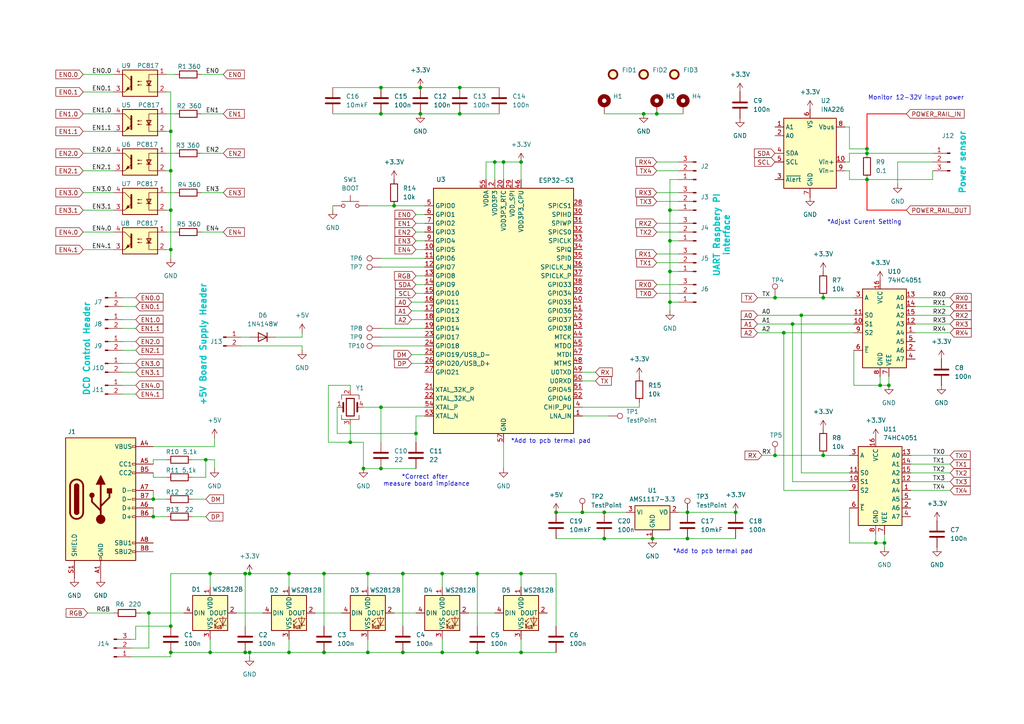
<source format=kicad_sch>
(kicad_sch
	(version 20250114)
	(generator "eeschema")
	(generator_version "9.0")
	(uuid "e717a214-aafd-4c38-81fe-477ca8e64d07")
	(paper "A4")
	(title_block
		(title "Watch-Watch")
		(date "2025-12-15")
		(rev "v0.1")
		(company "TComLab")
	)
	
	(text "Power sensor"
		(exclude_from_sim no)
		(at 279.146 47.244 90)
		(effects
			(font
				(size 1.778 1.778)
				(thickness 0.3556)
				(bold yes)
				(color 0 194 194 1)
			)
		)
		(uuid "2cf59078-8569-4202-924e-e032ce7398cd")
	)
	(text "*Add to pcb termal pad"
		(exclude_from_sim no)
		(at 159.766 128.016 0)
		(effects
			(font
				(size 1.27 1.27)
			)
		)
		(uuid "2d1223d2-84b4-4a21-b63b-cff2b4b2fcfd")
	)
	(text "DCD Control Header"
		(exclude_from_sim no)
		(at 25.146 101.346 90)
		(effects
			(font
				(size 1.778 1.778)
				(thickness 0.3556)
				(bold yes)
				(color 0 194 194 1)
			)
		)
		(uuid "60eb7208-1918-46e6-b5fa-dea9e6c17e18")
	)
	(text "Monitor 12-32V input power"
		(exclude_from_sim no)
		(at 265.684 28.448 0)
		(effects
			(font
				(size 1.27 1.27)
			)
		)
		(uuid "80919aef-5174-4b36-a575-e348e7192290")
	)
	(text "+5V Board Supply Header"
		(exclude_from_sim no)
		(at 58.928 100.076 90)
		(effects
			(font
				(size 1.778 1.778)
				(thickness 0.3556)
				(bold yes)
				(color 0 194 194 1)
			)
		)
		(uuid "8daf8c77-8dea-416d-8ef8-c2a2db50aa53")
	)
	(text "*Adjust Curent Setting"
		(exclude_from_sim no)
		(at 250.698 64.516 0)
		(effects
			(font
				(size 1.27 1.27)
			)
		)
		(uuid "9399442e-6624-4fb0-b028-0f16f318b20c")
	)
	(text "*Add to pcb termal pad"
		(exclude_from_sim no)
		(at 206.756 160.02 0)
		(effects
			(font
				(size 1.27 1.27)
			)
		)
		(uuid "952c29fd-b97b-41c4-bf94-9e72f48f2484")
	)
	(text "UART Raspbery PI\ninterface"
		(exclude_from_sim no)
		(at 209.296 68.326 90)
		(effects
			(font
				(size 1.778 1.778)
				(thickness 0.3556)
				(bold yes)
				(color 0 194 194 1)
			)
		)
		(uuid "ace39b83-2da0-423c-94b4-c80800f7fa21")
	)
	(text "*Correct after \nmeasure board impidance"
		(exclude_from_sim no)
		(at 123.698 139.446 0)
		(effects
			(font
				(size 1.27 1.27)
			)
		)
		(uuid "f34589e4-52c7-4026-b75c-4761fd789cd0")
	)
	(junction
		(at 59.69 133.35)
		(diameter 0)
		(color 0 0 0 0)
		(uuid "00d90fa9-49ff-4ddc-a1bc-c7b335ae9cd8")
	)
	(junction
		(at 121.92 33.02)
		(diameter 0)
		(color 0 0 0 0)
		(uuid "07ae9980-0289-4735-b88e-8b613d69fec2")
	)
	(junction
		(at 168.91 148.59)
		(diameter 0)
		(color 0 0 0 0)
		(uuid "09df4981-32fe-4f3d-8b2e-4a6cf3fb081b")
	)
	(junction
		(at 186.69 33.02)
		(diameter 0)
		(color 0 0 0 0)
		(uuid "0af600b0-6693-48d8-9305-df411534d12b")
	)
	(junction
		(at 238.76 86.36)
		(diameter 0)
		(color 0 0 0 0)
		(uuid "0faa12a9-7e6e-4389-bc1c-fa318efe87ca")
	)
	(junction
		(at 110.49 135.89)
		(diameter 0)
		(color 0 0 0 0)
		(uuid "105b83bb-16d1-4660-a4bd-c721fe9eabf7")
	)
	(junction
		(at 229.87 93.98)
		(diameter 0)
		(color 0 0 0 0)
		(uuid "1075a7a2-b5c8-4a2a-8a6a-7eb12757849d")
	)
	(junction
		(at 194.31 87.63)
		(diameter 0)
		(color 0 0 0 0)
		(uuid "18d0baff-79ef-41c6-bfb2-1368a076cd7b")
	)
	(junction
		(at 199.39 148.59)
		(diameter 0)
		(color 0 0 0 0)
		(uuid "1bc0c1e2-3377-4e7b-9519-7fe4555d1332")
	)
	(junction
		(at 194.31 78.74)
		(diameter 0)
		(color 0 0 0 0)
		(uuid "270cc995-1fa6-4ec1-a2b9-18dffcb1d190")
	)
	(junction
		(at 151.13 46.99)
		(diameter 0)
		(color 0 0 0 0)
		(uuid "2ca6df4b-dbd8-460f-8d9d-0289da6c381a")
	)
	(junction
		(at 49.53 181.61)
		(diameter 0)
		(color 0 0 0 0)
		(uuid "2e43cfa5-2227-4fb7-9f87-614d52d8135b")
	)
	(junction
		(at 83.82 166.37)
		(diameter 0)
		(color 0 0 0 0)
		(uuid "39bf179d-d71c-49a7-bba9-39c85576b620")
	)
	(junction
		(at 189.23 156.21)
		(diameter 0)
		(color 0 0 0 0)
		(uuid "3e2949af-1081-4878-b191-dea9388ca468")
	)
	(junction
		(at 49.53 49.53)
		(diameter 0)
		(color 0 0 0 0)
		(uuid "404ac7d0-c1fc-4618-8baf-9945cca5a3e9")
	)
	(junction
		(at 110.49 118.11)
		(diameter 0)
		(color 0 0 0 0)
		(uuid "43abc139-2c3f-4d3c-bf97-c2463e97adfd")
	)
	(junction
		(at 93.98 189.23)
		(diameter 0)
		(color 0 0 0 0)
		(uuid "44006762-39c7-4640-bcd9-e56f9e382f46")
	)
	(junction
		(at 224.79 132.08)
		(diameter 0)
		(color 0 0 0 0)
		(uuid "450187b2-8b59-4871-8d22-56bc1568cde5")
	)
	(junction
		(at 44.45 144.78)
		(diameter 0)
		(color 0 0 0 0)
		(uuid "454472ff-6829-4e48-839a-0ac379b2de01")
	)
	(junction
		(at 110.49 25.4)
		(diameter 0)
		(color 0 0 0 0)
		(uuid "475202f4-8788-4abb-803c-3e320466237a")
	)
	(junction
		(at 199.39 156.21)
		(diameter 0)
		(color 0 0 0 0)
		(uuid "486232cf-defa-4782-913c-0fc67480bcb7")
	)
	(junction
		(at 106.68 166.37)
		(diameter 0)
		(color 0 0 0 0)
		(uuid "4aca34ad-ee1c-484e-bedd-41362471c3f7")
	)
	(junction
		(at 251.46 43.18)
		(diameter 0)
		(color 0 0 0 0)
		(uuid "4dab4dc6-0284-4a99-b237-e6e7753c960a")
	)
	(junction
		(at 213.36 148.59)
		(diameter 0)
		(color 0 0 0 0)
		(uuid "4e2af137-325b-44dc-9137-801af9da010a")
	)
	(junction
		(at 128.27 189.23)
		(diameter 0)
		(color 0 0 0 0)
		(uuid "50adca50-55bc-42d4-b3d9-bd494bf74ea5")
	)
	(junction
		(at 143.51 46.99)
		(diameter 0)
		(color 0 0 0 0)
		(uuid "54290f59-95c3-47ef-b459-aa3533ea8d56")
	)
	(junction
		(at 232.41 91.44)
		(diameter 0)
		(color 0 0 0 0)
		(uuid "55ea8206-4f7b-495a-8edb-0ab98cbd5d9c")
	)
	(junction
		(at 133.35 25.4)
		(diameter 0)
		(color 0 0 0 0)
		(uuid "5d261727-dc77-4a58-9492-3717993a6ca2")
	)
	(junction
		(at 116.84 189.23)
		(diameter 0)
		(color 0 0 0 0)
		(uuid "5e27e00d-6457-4650-8a5e-73064ac79f40")
	)
	(junction
		(at 83.82 189.23)
		(diameter 0)
		(color 0 0 0 0)
		(uuid "60893429-9058-4e12-addf-ee817be47139")
	)
	(junction
		(at 254 157.48)
		(diameter 0)
		(color 0 0 0 0)
		(uuid "66556aaf-a999-4643-85eb-1239e4bd9970")
	)
	(junction
		(at 146.05 46.99)
		(diameter 0)
		(color 0 0 0 0)
		(uuid "66a94af6-bca6-4571-8ba6-13292162cd80")
	)
	(junction
		(at 194.31 60.96)
		(diameter 0)
		(color 0 0 0 0)
		(uuid "686a06a5-01ef-4cb6-8e8b-1c464640f083")
	)
	(junction
		(at 49.53 60.96)
		(diameter 0)
		(color 0 0 0 0)
		(uuid "68cd0773-2109-4ea2-a4df-9bcd0f608b2b")
	)
	(junction
		(at 133.35 33.02)
		(diameter 0)
		(color 0 0 0 0)
		(uuid "74575502-8d68-4dbe-b078-07289e8865fc")
	)
	(junction
		(at 49.53 72.39)
		(diameter 0)
		(color 0 0 0 0)
		(uuid "7553e62d-84a5-469e-8aaf-68d18d3eaa2f")
	)
	(junction
		(at 227.33 96.52)
		(diameter 0)
		(color 0 0 0 0)
		(uuid "7bfbf9ea-36eb-46ae-b594-5de6dbc6b518")
	)
	(junction
		(at 175.26 148.59)
		(diameter 0)
		(color 0 0 0 0)
		(uuid "81990408-b4cc-452e-9fcc-336ca32cbf74")
	)
	(junction
		(at 116.84 166.37)
		(diameter 0)
		(color 0 0 0 0)
		(uuid "81c9f65b-9457-4bb9-92d8-ddfa66b6166a")
	)
	(junction
		(at 106.68 189.23)
		(diameter 0)
		(color 0 0 0 0)
		(uuid "8337673a-2571-4f2a-93c9-da35b8acaf72")
	)
	(junction
		(at 138.43 189.23)
		(diameter 0)
		(color 0 0 0 0)
		(uuid "845ce7e1-475e-4c59-bb38-1d9f378b3793")
	)
	(junction
		(at 251.46 44.45)
		(diameter 0)
		(color 0 0 0 0)
		(uuid "865ae21a-57d2-4764-97d5-23cd232a21d5")
	)
	(junction
		(at 72.39 166.37)
		(diameter 0)
		(color 0 0 0 0)
		(uuid "884dd5bf-730f-4411-bf4f-a0a787ee4194")
	)
	(junction
		(at 101.6 128.27)
		(diameter 0)
		(color 0 0 0 0)
		(uuid "88c41076-ac14-48fb-b0e7-f9b0a1b754cb")
	)
	(junction
		(at 121.92 25.4)
		(diameter 0)
		(color 0 0 0 0)
		(uuid "88f5b70d-3019-4842-8ea2-d10fd8a78d0c")
	)
	(junction
		(at 190.5 33.02)
		(diameter 0)
		(color 0 0 0 0)
		(uuid "8a1cebb9-7698-47a8-b559-fad8cf2126d2")
	)
	(junction
		(at 224.79 86.36)
		(diameter 0)
		(color 0 0 0 0)
		(uuid "8dde2d21-01a2-4c3b-b05b-1368baae0084")
	)
	(junction
		(at 60.96 189.23)
		(diameter 0)
		(color 0 0 0 0)
		(uuid "934676c2-e910-43ee-ae69-50a2753a297a")
	)
	(junction
		(at 49.53 38.1)
		(diameter 0)
		(color 0 0 0 0)
		(uuid "94c266bf-c399-4130-be88-4c596a2840b7")
	)
	(junction
		(at 257.81 111.76)
		(diameter 0)
		(color 0 0 0 0)
		(uuid "9b0e692a-7f0c-4074-9ef1-7bba924892f6")
	)
	(junction
		(at 238.76 132.08)
		(diameter 0)
		(color 0 0 0 0)
		(uuid "9d9267fe-33fe-4403-96a3-819c9c111803")
	)
	(junction
		(at 161.29 148.59)
		(diameter 0)
		(color 0 0 0 0)
		(uuid "9e3b214e-8a53-4d90-ab07-241890451acf")
	)
	(junction
		(at 256.54 157.48)
		(diameter 0)
		(color 0 0 0 0)
		(uuid "adbfeee5-66d9-4201-8862-40f53b2d0bf8")
	)
	(junction
		(at 128.27 166.37)
		(diameter 0)
		(color 0 0 0 0)
		(uuid "b51cfd0f-47a2-4b52-ba93-0eb5cd48890c")
	)
	(junction
		(at 60.96 166.37)
		(diameter 0)
		(color 0 0 0 0)
		(uuid "b8ab47f4-3278-4782-aaf5-46e3754e01d3")
	)
	(junction
		(at 93.98 166.37)
		(diameter 0)
		(color 0 0 0 0)
		(uuid "b9c575d8-56e9-4769-a1ed-423d5503f8e0")
	)
	(junction
		(at 72.39 189.23)
		(diameter 0)
		(color 0 0 0 0)
		(uuid "be2dd4ce-6711-4f7d-b335-afe1f4f433a4")
	)
	(junction
		(at 120.65 125.73)
		(diameter 0)
		(color 0 0 0 0)
		(uuid "c388e4f4-df17-450b-97b3-cf8906a4f568")
	)
	(junction
		(at 71.12 166.37)
		(diameter 0)
		(color 0 0 0 0)
		(uuid "c7c3001a-d636-4523-bb54-98b56515291f")
	)
	(junction
		(at 44.45 149.86)
		(diameter 0)
		(color 0 0 0 0)
		(uuid "c7d06058-d1de-4135-b676-2c81bb986856")
	)
	(junction
		(at 255.27 111.76)
		(diameter 0)
		(color 0 0 0 0)
		(uuid "c8a0a632-a963-4c4d-8386-434f5ad61637")
	)
	(junction
		(at 151.13 189.23)
		(diameter 0)
		(color 0 0 0 0)
		(uuid "c9299e03-15d2-44be-81d5-48a7280fc384")
	)
	(junction
		(at 110.49 33.02)
		(diameter 0)
		(color 0 0 0 0)
		(uuid "d5d31a3b-b01f-4c26-9c0c-7e975537aa77")
	)
	(junction
		(at 194.31 69.85)
		(diameter 0)
		(color 0 0 0 0)
		(uuid "d7912e0a-abf2-408b-ba12-846b10df349f")
	)
	(junction
		(at 49.53 189.23)
		(diameter 0)
		(color 0 0 0 0)
		(uuid "e893feb1-f6d8-4d47-b39c-c7c9842139ea")
	)
	(junction
		(at 105.41 135.89)
		(diameter 0)
		(color 0 0 0 0)
		(uuid "eaf3172b-d1f2-4418-be35-2d49f50260f5")
	)
	(junction
		(at 251.46 52.07)
		(diameter 0)
		(color 0 0 0 0)
		(uuid "ec0b02f2-8219-49b9-9708-5073e43b7d5e")
	)
	(junction
		(at 138.43 166.37)
		(diameter 0)
		(color 0 0 0 0)
		(uuid "f0fb4dc8-dd5a-4063-8d51-3ce4b6317d2b")
	)
	(junction
		(at 71.12 189.23)
		(diameter 0)
		(color 0 0 0 0)
		(uuid "f28178d0-9f05-4b70-883d-bcb65d5673ef")
	)
	(junction
		(at 43.18 177.8)
		(diameter 0)
		(color 0 0 0 0)
		(uuid "f7ecee00-a168-434a-ba69-38eab2075e72")
	)
	(junction
		(at 151.13 166.37)
		(diameter 0)
		(color 0 0 0 0)
		(uuid "f94640ea-9099-4970-a05f-4e5cef1af4c3")
	)
	(junction
		(at 175.26 156.21)
		(diameter 0)
		(color 0 0 0 0)
		(uuid "fbe9a2b0-8397-4d1f-b41a-077d422825b1")
	)
	(junction
		(at 114.3 59.69)
		(diameter 0)
		(color 0 0 0 0)
		(uuid "fef47ec9-dfd6-4e81-a352-88b20cd887f6")
	)
	(wire
		(pts
			(xy 114.3 59.69) (xy 123.19 59.69)
		)
		(stroke
			(width 0)
			(type default)
		)
		(uuid "007dbd2d-fd4b-4e0c-b3f6-a5b24431e654")
	)
	(wire
		(pts
			(xy 106.68 59.69) (xy 114.3 59.69)
		)
		(stroke
			(width 0)
			(type default)
		)
		(uuid "00bbec0a-0931-4a82-90cf-304179372cd3")
	)
	(wire
		(pts
			(xy 38.1 190.5) (xy 49.53 190.5)
		)
		(stroke
			(width 0)
			(type default)
		)
		(uuid "01ea90e0-5a95-421b-ac5f-4412bc07f1b2")
	)
	(wire
		(pts
			(xy 120.65 85.09) (xy 123.19 85.09)
		)
		(stroke
			(width 0)
			(type default)
		)
		(uuid "02993e5a-0586-420f-80bb-e0d03fb85dac")
	)
	(wire
		(pts
			(xy 93.98 166.37) (xy 93.98 181.61)
		)
		(stroke
			(width 0)
			(type default)
		)
		(uuid "02cbd9ed-d25e-4ff9-bcd9-8fa3369bc184")
	)
	(wire
		(pts
			(xy 190.5 64.77) (xy 196.85 64.77)
		)
		(stroke
			(width 0)
			(type default)
		)
		(uuid "02f42521-f9d0-4afa-a9e4-0cebdc399836")
	)
	(wire
		(pts
			(xy 185.42 118.11) (xy 185.42 116.84)
		)
		(stroke
			(width 0)
			(type default)
		)
		(uuid "038b17e1-bedf-4eed-86d9-f429696e187b")
	)
	(wire
		(pts
			(xy 270.51 49.53) (xy 270.51 52.07)
		)
		(stroke
			(width 0)
			(type default)
		)
		(uuid "04b1434f-ead4-479f-9146-c821d12e8d98")
	)
	(wire
		(pts
			(xy 194.31 87.63) (xy 196.85 87.63)
		)
		(stroke
			(width 0)
			(type default)
		)
		(uuid "051f0ca6-6297-4312-934c-6d4144069af9")
	)
	(wire
		(pts
			(xy 24.13 60.96) (xy 33.02 60.96)
		)
		(stroke
			(width 0)
			(type default)
		)
		(uuid "073bd6bc-5ae9-485a-b8b6-8945c44a4d8f")
	)
	(wire
		(pts
			(xy 106.68 189.23) (xy 93.98 189.23)
		)
		(stroke
			(width 0)
			(type default)
		)
		(uuid "0864a91f-75dd-4260-9944-ef22aabb9705")
	)
	(wire
		(pts
			(xy 96.52 59.69) (xy 96.52 60.96)
		)
		(stroke
			(width 0)
			(type default)
		)
		(uuid "08732a0c-a03d-48b4-8ffd-1da8f2e87e5d")
	)
	(wire
		(pts
			(xy 256.54 154.94) (xy 256.54 157.48)
		)
		(stroke
			(width 0)
			(type default)
		)
		(uuid "0a6e97c0-8f17-4789-9026-43e094ead824")
	)
	(wire
		(pts
			(xy 190.5 82.55) (xy 196.85 82.55)
		)
		(stroke
			(width 0)
			(type default)
		)
		(uuid "0a8000f6-d38c-41d9-95b9-5aedeec00ebb")
	)
	(wire
		(pts
			(xy 95.25 128.27) (xy 95.25 111.76)
		)
		(stroke
			(width 0)
			(type default)
		)
		(uuid "0cc62f38-1b80-42a3-84b5-cb0af6da414b")
	)
	(wire
		(pts
			(xy 161.29 166.37) (xy 151.13 166.37)
		)
		(stroke
			(width 0)
			(type default)
		)
		(uuid "0d3d0b1a-470b-4f77-8fa1-196853428082")
	)
	(wire
		(pts
			(xy 227.33 142.24) (xy 227.33 96.52)
		)
		(stroke
			(width 0)
			(type default)
		)
		(uuid "0f5d1915-6f8e-4e98-b8b5-3c01c7db8dc8")
	)
	(wire
		(pts
			(xy 110.49 135.89) (xy 120.65 135.89)
		)
		(stroke
			(width 0)
			(type default)
		)
		(uuid "105e685e-1283-4cf7-b575-30d92f261141")
	)
	(wire
		(pts
			(xy 48.26 33.02) (xy 50.8 33.02)
		)
		(stroke
			(width 0)
			(type default)
		)
		(uuid "10799bde-8725-4a0f-b659-0fb5a3a86170")
	)
	(wire
		(pts
			(xy 44.45 134.62) (xy 44.45 133.35)
		)
		(stroke
			(width 0)
			(type default)
		)
		(uuid "129a8767-2d3d-4e3f-b129-25a06e2f4e07")
	)
	(wire
		(pts
			(xy 251.46 33.02) (xy 262.89 33.02)
		)
		(stroke
			(width 0.254)
			(type default)
			(color 255 0 0 1)
		)
		(uuid "12dcdff0-5f3b-4aa0-b80c-5ed7055e1f28")
	)
	(wire
		(pts
			(xy 133.35 33.02) (xy 144.78 33.02)
		)
		(stroke
			(width 0)
			(type default)
		)
		(uuid "12f1f220-136b-4b2e-83e5-93bb9758e195")
	)
	(wire
		(pts
			(xy 175.26 156.21) (xy 189.23 156.21)
		)
		(stroke
			(width 0)
			(type default)
		)
		(uuid "13303a8b-64ca-4d2f-8711-828db808bdcc")
	)
	(wire
		(pts
			(xy 189.23 156.21) (xy 199.39 156.21)
		)
		(stroke
			(width 0)
			(type default)
		)
		(uuid "136ab677-7558-4911-9e83-62ec71748b73")
	)
	(wire
		(pts
			(xy 60.96 166.37) (xy 71.12 166.37)
		)
		(stroke
			(width 0)
			(type default)
		)
		(uuid "15c17265-c729-4f2a-8c04-f0e1235d9d02")
	)
	(wire
		(pts
			(xy 146.05 46.99) (xy 151.13 46.99)
		)
		(stroke
			(width 0)
			(type default)
		)
		(uuid "16d08c19-70c7-4343-abc1-a86356b3296e")
	)
	(wire
		(pts
			(xy 247.65 101.6) (xy 247.65 111.76)
		)
		(stroke
			(width 0)
			(type default)
		)
		(uuid "175454a1-5bb4-4616-8e04-c7c03e902882")
	)
	(wire
		(pts
			(xy 128.27 170.18) (xy 128.27 166.37)
		)
		(stroke
			(width 0)
			(type default)
		)
		(uuid "186cb1a1-4bde-41c8-96c8-08ea0eb4bede")
	)
	(wire
		(pts
			(xy 106.68 170.18) (xy 106.68 166.37)
		)
		(stroke
			(width 0)
			(type default)
		)
		(uuid "18971e37-a8a4-4fac-b98e-ec6dd44e7b68")
	)
	(wire
		(pts
			(xy 135.89 177.8) (xy 143.51 177.8)
		)
		(stroke
			(width 0)
			(type default)
		)
		(uuid "19a325a2-0318-425b-be13-aafd114c8102")
	)
	(wire
		(pts
			(xy 24.13 72.39) (xy 33.02 72.39)
		)
		(stroke
			(width 0)
			(type default)
		)
		(uuid "1a198e65-5ab4-4add-832c-72cbd705d80a")
	)
	(wire
		(pts
			(xy 168.91 148.59) (xy 175.26 148.59)
		)
		(stroke
			(width 0)
			(type default)
		)
		(uuid "1b64d085-215b-4e40-8571-0409e481a3cf")
	)
	(wire
		(pts
			(xy 24.13 21.59) (xy 33.02 21.59)
		)
		(stroke
			(width 0)
			(type default)
		)
		(uuid "1b80eb07-24af-464d-afd4-08144ccbf31e")
	)
	(wire
		(pts
			(xy 251.46 44.45) (xy 251.46 43.18)
		)
		(stroke
			(width 0)
			(type default)
		)
		(uuid "1bd0d875-9908-4559-9739-7b11e1acbeb9")
	)
	(wire
		(pts
			(xy 83.82 166.37) (xy 83.82 170.18)
		)
		(stroke
			(width 0)
			(type default)
		)
		(uuid "1c15e022-dfa1-4d24-bd4c-a6fb3d89aada")
	)
	(wire
		(pts
			(xy 72.39 189.23) (xy 72.39 190.5)
		)
		(stroke
			(width 0)
			(type default)
		)
		(uuid "1c629ca3-1d08-4899-acf7-9f8e19004f67")
	)
	(wire
		(pts
			(xy 35.56 111.76) (xy 39.37 111.76)
		)
		(stroke
			(width 0)
			(type default)
		)
		(uuid "1cafdcae-b874-4ec6-9059-92198d6dc000")
	)
	(wire
		(pts
			(xy 251.46 43.18) (xy 251.46 33.02)
		)
		(stroke
			(width 0.254)
			(type default)
			(color 255 0 0 1)
		)
		(uuid "1e5a1041-2db1-4119-bb13-364088db0840")
	)
	(wire
		(pts
			(xy 232.41 91.44) (xy 247.65 91.44)
		)
		(stroke
			(width 0)
			(type default)
		)
		(uuid "1ebd3ad1-4b8c-4dc4-b24c-9ef21d5e114d")
	)
	(wire
		(pts
			(xy 105.41 135.89) (xy 105.41 128.27)
		)
		(stroke
			(width 0)
			(type default)
		)
		(uuid "2144f32e-e6f7-4dd1-8a44-22b6dda038db")
	)
	(wire
		(pts
			(xy 39.37 181.61) (xy 49.53 181.61)
		)
		(stroke
			(width 0)
			(type default)
		)
		(uuid "21493952-72a0-4660-b2e1-3dadd015a89b")
	)
	(wire
		(pts
			(xy 38.1 187.96) (xy 43.18 187.96)
		)
		(stroke
			(width 0)
			(type default)
		)
		(uuid "21a3d8f0-853f-4251-8346-b2c412535c6e")
	)
	(wire
		(pts
			(xy 265.43 93.98) (xy 275.59 93.98)
		)
		(stroke
			(width 0)
			(type default)
		)
		(uuid "21ddb723-522b-4769-88f4-d6225e8e66df")
	)
	(wire
		(pts
			(xy 151.13 189.23) (xy 138.43 189.23)
		)
		(stroke
			(width 0)
			(type default)
		)
		(uuid "22ac27fe-860b-4794-9438-81f6f4a5227e")
	)
	(wire
		(pts
			(xy 151.13 166.37) (xy 138.43 166.37)
		)
		(stroke
			(width 0)
			(type default)
		)
		(uuid "22f9d08d-1c84-49e6-9e1b-fe04a5279762")
	)
	(wire
		(pts
			(xy 168.91 120.65) (xy 176.53 120.65)
		)
		(stroke
			(width 0)
			(type default)
		)
		(uuid "23acac6e-34ee-4431-b437-e201a2b348bc")
	)
	(wire
		(pts
			(xy 110.49 74.93) (xy 123.19 74.93)
		)
		(stroke
			(width 0)
			(type default)
		)
		(uuid "24de63da-14e4-4128-8c27-e6e4bbdf01b8")
	)
	(wire
		(pts
			(xy 264.16 134.62) (xy 275.59 134.62)
		)
		(stroke
			(width 0)
			(type default)
		)
		(uuid "25f4dc67-6c3e-448d-96a0-053f99acd33e")
	)
	(wire
		(pts
			(xy 264.16 132.08) (xy 275.59 132.08)
		)
		(stroke
			(width 0)
			(type default)
		)
		(uuid "25f62168-4a63-444a-b84e-038ccd293304")
	)
	(wire
		(pts
			(xy 246.38 137.16) (xy 232.41 137.16)
		)
		(stroke
			(width 0)
			(type default)
		)
		(uuid "26b6ff24-4e90-4d1c-aeb1-2cfaed0bcabd")
	)
	(wire
		(pts
			(xy 151.13 185.42) (xy 151.13 189.23)
		)
		(stroke
			(width 0)
			(type default)
		)
		(uuid "278a49d5-3c18-4a87-9c50-5f41937b3714")
	)
	(wire
		(pts
			(xy 48.26 60.96) (xy 49.53 60.96)
		)
		(stroke
			(width 0)
			(type default)
		)
		(uuid "27d8f3c8-23f7-4557-a05c-8651d97e1b06")
	)
	(wire
		(pts
			(xy 246.38 139.7) (xy 229.87 139.7)
		)
		(stroke
			(width 0)
			(type default)
		)
		(uuid "2866f504-ed77-4610-bcc3-d97ac2a9134f")
	)
	(wire
		(pts
			(xy 24.13 26.67) (xy 33.02 26.67)
		)
		(stroke
			(width 0)
			(type default)
		)
		(uuid "2866fa5f-0c0e-47b5-b92d-21a7b47e3a6a")
	)
	(wire
		(pts
			(xy 49.53 60.96) (xy 49.53 72.39)
		)
		(stroke
			(width 0)
			(type default)
		)
		(uuid "287715a3-666d-4591-a1e1-ed2205e95cb6")
	)
	(wire
		(pts
			(xy 120.65 69.85) (xy 123.19 69.85)
		)
		(stroke
			(width 0)
			(type default)
		)
		(uuid "295de348-d80a-4df1-b696-b8fa5334df72")
	)
	(wire
		(pts
			(xy 48.26 72.39) (xy 49.53 72.39)
		)
		(stroke
			(width 0)
			(type default)
		)
		(uuid "29aa39dd-3e40-49d7-bbff-e10745da9464")
	)
	(wire
		(pts
			(xy 246.38 43.18) (xy 251.46 43.18)
		)
		(stroke
			(width 0)
			(type default)
		)
		(uuid "2a791819-e2a2-41ae-bb91-420616b7863a")
	)
	(wire
		(pts
			(xy 44.45 147.32) (xy 44.45 149.86)
		)
		(stroke
			(width 0)
			(type default)
		)
		(uuid "2b3b8488-0129-4f0e-8308-f668eb3bbef2")
	)
	(wire
		(pts
			(xy 168.91 110.49) (xy 172.72 110.49)
		)
		(stroke
			(width 0)
			(type default)
		)
		(uuid "2b6587e6-753f-4dc0-a98d-d4bd43a5420b")
	)
	(wire
		(pts
			(xy 35.56 88.9) (xy 39.37 88.9)
		)
		(stroke
			(width 0)
			(type default)
		)
		(uuid "2e4b59a3-861c-42f2-b82c-584a3fff70ef")
	)
	(wire
		(pts
			(xy 219.71 96.52) (xy 227.33 96.52)
		)
		(stroke
			(width 0)
			(type default)
		)
		(uuid "2e667a15-f0ab-4b68-9ff9-5a8f36d939b9")
	)
	(wire
		(pts
			(xy 238.76 132.08) (xy 246.38 132.08)
		)
		(stroke
			(width 0)
			(type default)
		)
		(uuid "2f817a47-214e-4a2a-af65-c06d068f1bdf")
	)
	(wire
		(pts
			(xy 110.49 118.11) (xy 110.49 128.27)
		)
		(stroke
			(width 0)
			(type default)
		)
		(uuid "30ec5f8c-bbbd-49ee-a4db-82a460980679")
	)
	(wire
		(pts
			(xy 40.64 177.8) (xy 43.18 177.8)
		)
		(stroke
			(width 0)
			(type default)
		)
		(uuid "315893c3-c7f0-409c-84cf-8661d5351ddc")
	)
	(wire
		(pts
			(xy 120.65 64.77) (xy 123.19 64.77)
		)
		(stroke
			(width 0)
			(type default)
		)
		(uuid "32013c59-a84d-4758-8b37-de7c03851ed6")
	)
	(wire
		(pts
			(xy 138.43 166.37) (xy 138.43 181.61)
		)
		(stroke
			(width 0)
			(type default)
		)
		(uuid "33ac0ccb-f03f-454b-84cf-6be442b052b7")
	)
	(wire
		(pts
			(xy 196.85 148.59) (xy 199.39 148.59)
		)
		(stroke
			(width 0)
			(type default)
		)
		(uuid "33b0bd4c-e76e-48bb-8bb4-2c0d3502dc86")
	)
	(wire
		(pts
			(xy 246.38 44.45) (xy 251.46 44.45)
		)
		(stroke
			(width 0)
			(type default)
		)
		(uuid "3644b5d5-01c3-410c-9fac-a72c4ad8370f")
	)
	(wire
		(pts
			(xy 264.16 142.24) (xy 275.59 142.24)
		)
		(stroke
			(width 0)
			(type default)
		)
		(uuid "36c1e6d7-ec5c-4fd4-bbcb-45aaf2848d49")
	)
	(wire
		(pts
			(xy 227.33 96.52) (xy 247.65 96.52)
		)
		(stroke
			(width 0)
			(type default)
		)
		(uuid "38921c2f-f8e8-4c60-ae2c-b9b80fd32101")
	)
	(wire
		(pts
			(xy 238.76 86.36) (xy 247.65 86.36)
		)
		(stroke
			(width 0)
			(type default)
		)
		(uuid "38b20efc-cafa-4118-b987-10427cd1d880")
	)
	(wire
		(pts
			(xy 143.51 46.99) (xy 146.05 46.99)
		)
		(stroke
			(width 0)
			(type default)
		)
		(uuid "3986ae01-13a9-4ae6-ac9f-b9c2093bbd22")
	)
	(wire
		(pts
			(xy 255.27 111.76) (xy 257.81 111.76)
		)
		(stroke
			(width 0)
			(type default)
		)
		(uuid "3af46651-b99d-47cd-8d0e-2ce2fd10715a")
	)
	(wire
		(pts
			(xy 229.87 93.98) (xy 247.65 93.98)
		)
		(stroke
			(width 0)
			(type default)
		)
		(uuid "3befd5e1-4ca9-43d1-94d5-1461ace3c790")
	)
	(wire
		(pts
			(xy 44.45 142.24) (xy 44.45 144.78)
		)
		(stroke
			(width 0)
			(type default)
		)
		(uuid "3d2510c0-1315-4113-9418-927e8da2c561")
	)
	(wire
		(pts
			(xy 58.42 44.45) (xy 64.77 44.45)
		)
		(stroke
			(width 0)
			(type default)
		)
		(uuid "3da33b1b-1382-44b2-b1e3-6ae5847e8976")
	)
	(wire
		(pts
			(xy 44.45 144.78) (xy 48.26 144.78)
		)
		(stroke
			(width 0)
			(type default)
		)
		(uuid "40870abd-6ce1-45a2-b32a-6b7c93773eec")
	)
	(wire
		(pts
			(xy 119.38 90.17) (xy 123.19 90.17)
		)
		(stroke
			(width 0)
			(type default)
		)
		(uuid "4138578a-63ba-45e5-9140-78064cb1e942")
	)
	(wire
		(pts
			(xy 119.38 105.41) (xy 123.19 105.41)
		)
		(stroke
			(width 0)
			(type default)
		)
		(uuid "413bad91-b32e-4633-af8a-e3de2e4203bb")
	)
	(wire
		(pts
			(xy 35.56 114.3) (xy 39.37 114.3)
		)
		(stroke
			(width 0)
			(type default)
		)
		(uuid "4209989b-9ff8-4f62-a0f4-1b53b99d4799")
	)
	(wire
		(pts
			(xy 219.71 93.98) (xy 229.87 93.98)
		)
		(stroke
			(width 0)
			(type default)
		)
		(uuid "42613fa4-b0a9-4d7e-8c60-d7f3dca9b47b")
	)
	(wire
		(pts
			(xy 97.79 125.73) (xy 120.65 125.73)
		)
		(stroke
			(width 0)
			(type default)
		)
		(uuid "42e2ce9b-f498-427b-93ed-c96cc48e85e4")
	)
	(wire
		(pts
			(xy 186.69 33.02) (xy 190.5 33.02)
		)
		(stroke
			(width 0)
			(type default)
		)
		(uuid "44059a8c-e73a-410e-9925-44c5be900529")
	)
	(wire
		(pts
			(xy 246.38 52.07) (xy 251.46 52.07)
		)
		(stroke
			(width 0)
			(type default)
		)
		(uuid "44798332-9314-485d-9a0a-0dae5d40ea71")
	)
	(wire
		(pts
			(xy 101.6 123.19) (xy 101.6 128.27)
		)
		(stroke
			(width 0)
			(type default)
		)
		(uuid "451a04ee-146b-4865-81ff-285655f42571")
	)
	(wire
		(pts
			(xy 35.56 92.71) (xy 39.37 92.71)
		)
		(stroke
			(width 0)
			(type default)
		)
		(uuid "46191fd3-0a1c-4732-9c1b-96d3e68c69a0")
	)
	(wire
		(pts
			(xy 101.6 111.76) (xy 101.6 113.03)
		)
		(stroke
			(width 0)
			(type default)
		)
		(uuid "46348ee6-0a24-479b-9354-e037416725ac")
	)
	(wire
		(pts
			(xy 194.31 60.96) (xy 196.85 60.96)
		)
		(stroke
			(width 0)
			(type default)
		)
		(uuid "470b7b3e-27ab-4ef4-8e5f-0b71a3d04c21")
	)
	(wire
		(pts
			(xy 245.11 46.99) (xy 246.38 46.99)
		)
		(stroke
			(width 0)
			(type default)
		)
		(uuid "47230fad-b342-4ca5-917d-0a0e4b27cf97")
	)
	(wire
		(pts
			(xy 25.4 177.8) (xy 33.02 177.8)
		)
		(stroke
			(width 0)
			(type default)
		)
		(uuid "480c95c4-2a9e-46fe-991d-f55daa2ad7fb")
	)
	(wire
		(pts
			(xy 43.18 177.8) (xy 53.34 177.8)
		)
		(stroke
			(width 0)
			(type default)
		)
		(uuid "48cf3c43-a788-4fa0-8907-e2607007a08c")
	)
	(wire
		(pts
			(xy 251.46 52.07) (xy 251.46 60.96)
		)
		(stroke
			(width 0.254)
			(type solid)
			(color 255 0 0 1)
		)
		(uuid "49946527-2c58-4208-a743-e5bda7dc7015")
	)
	(wire
		(pts
			(xy 69.85 97.79) (xy 72.39 97.79)
		)
		(stroke
			(width 0)
			(type default)
		)
		(uuid "49c56cb5-65f7-4986-b165-6c1d9a6228d8")
	)
	(wire
		(pts
			(xy 265.43 86.36) (xy 275.59 86.36)
		)
		(stroke
			(width 0)
			(type default)
		)
		(uuid "4ab9999a-5edd-4684-ac4b-cd5a2a12db2e")
	)
	(wire
		(pts
			(xy 190.5 33.02) (xy 198.12 33.02)
		)
		(stroke
			(width 0)
			(type default)
		)
		(uuid "4e01c6a7-b5d2-4aff-b4f8-a3503cccadf1")
	)
	(wire
		(pts
			(xy 116.84 166.37) (xy 128.27 166.37)
		)
		(stroke
			(width 0)
			(type default)
		)
		(uuid "4e84766a-d6c3-4c7d-af37-466b52f3edf2")
	)
	(wire
		(pts
			(xy 24.13 67.31) (xy 33.02 67.31)
		)
		(stroke
			(width 0)
			(type default)
		)
		(uuid "4ef4b47d-ce70-4fc2-970f-99a2060fe51d")
	)
	(wire
		(pts
			(xy 110.49 25.4) (xy 121.92 25.4)
		)
		(stroke
			(width 0)
			(type default)
		)
		(uuid "4f89831d-632c-4c58-b9d9-e77161af28fc")
	)
	(wire
		(pts
			(xy 140.97 52.07) (xy 140.97 46.99)
		)
		(stroke
			(width 0)
			(type default)
		)
		(uuid "503259c6-92e7-49b2-9ec6-53d240147772")
	)
	(wire
		(pts
			(xy 49.53 49.53) (xy 49.53 60.96)
		)
		(stroke
			(width 0)
			(type default)
		)
		(uuid "51674df1-d203-4a70-b791-48320d8ef10c")
	)
	(wire
		(pts
			(xy 58.42 33.02) (xy 64.77 33.02)
		)
		(stroke
			(width 0)
			(type default)
		)
		(uuid "52af9a22-2072-4ea4-b4e3-1c2689a77324")
	)
	(wire
		(pts
			(xy 48.26 49.53) (xy 49.53 49.53)
		)
		(stroke
			(width 0)
			(type default)
		)
		(uuid "53e2224f-eeaf-434a-a05a-d1a6ca356b1d")
	)
	(wire
		(pts
			(xy 110.49 33.02) (xy 121.92 33.02)
		)
		(stroke
			(width 0)
			(type default)
		)
		(uuid "5412bcec-bb5b-4ac2-a7a4-0831ce7c3e1c")
	)
	(wire
		(pts
			(xy 121.92 33.02) (xy 133.35 33.02)
		)
		(stroke
			(width 0)
			(type default)
		)
		(uuid "552aa626-50f8-40a2-aed5-11a1643de3db")
	)
	(wire
		(pts
			(xy 120.65 125.73) (xy 120.65 120.65)
		)
		(stroke
			(width 0)
			(type default)
		)
		(uuid "553c0af7-60df-409c-8c24-ab2e3de44891")
	)
	(wire
		(pts
			(xy 138.43 189.23) (xy 128.27 189.23)
		)
		(stroke
			(width 0)
			(type default)
		)
		(uuid "591193cb-355a-408a-9ef2-0babd2940750")
	)
	(wire
		(pts
			(xy 120.65 82.55) (xy 123.19 82.55)
		)
		(stroke
			(width 0)
			(type default)
		)
		(uuid "59a02391-9c89-46c6-b63d-9811ffa751b9")
	)
	(wire
		(pts
			(xy 58.42 55.88) (xy 64.77 55.88)
		)
		(stroke
			(width 0)
			(type default)
		)
		(uuid "5aa2b045-b145-4397-8e12-c195a47ffe74")
	)
	(wire
		(pts
			(xy 120.65 72.39) (xy 123.19 72.39)
		)
		(stroke
			(width 0)
			(type default)
		)
		(uuid "5ae40583-bf2d-4a6c-b9f1-c09587b64e36")
	)
	(wire
		(pts
			(xy 114.3 177.8) (xy 120.65 177.8)
		)
		(stroke
			(width 0)
			(type default)
		)
		(uuid "5afad8f1-e352-4ac8-840c-72eecfd72450")
	)
	(wire
		(pts
			(xy 60.96 185.42) (xy 60.96 189.23)
		)
		(stroke
			(width 0)
			(type default)
		)
		(uuid "5b1a052d-fc3d-49a4-b0c7-f21bd069d71e")
	)
	(wire
		(pts
			(xy 246.38 157.48) (xy 254 157.48)
		)
		(stroke
			(width 0)
			(type default)
		)
		(uuid "5d1e3faf-4185-4f55-acab-e2e29e186dea")
	)
	(wire
		(pts
			(xy 35.56 101.6) (xy 39.37 101.6)
		)
		(stroke
			(width 0)
			(type default)
		)
		(uuid "5d7e53ac-286e-47e2-b615-0a922b464be8")
	)
	(wire
		(pts
			(xy 35.56 99.06) (xy 39.37 99.06)
		)
		(stroke
			(width 0)
			(type default)
		)
		(uuid "5dce6e93-f6b7-49a1-987c-45ccca1a9232")
	)
	(wire
		(pts
			(xy 59.69 133.35) (xy 59.69 138.43)
		)
		(stroke
			(width 0)
			(type default)
		)
		(uuid "60196291-32f9-4f8b-bcc9-e5edda701dfd")
	)
	(wire
		(pts
			(xy 256.54 157.48) (xy 256.54 158.75)
		)
		(stroke
			(width 0)
			(type default)
		)
		(uuid "6140dc80-9178-424c-b041-a77da4de9cf2")
	)
	(wire
		(pts
			(xy 190.5 49.53) (xy 196.85 49.53)
		)
		(stroke
			(width 0)
			(type default)
		)
		(uuid "62c15c62-debc-45b9-8006-cc492e7ce8b2")
	)
	(wire
		(pts
			(xy 38.1 185.42) (xy 39.37 185.42)
		)
		(stroke
			(width 0)
			(type default)
		)
		(uuid "6448bd7e-1950-48e1-85c3-b49430755420")
	)
	(wire
		(pts
			(xy 72.39 189.23) (xy 83.82 189.23)
		)
		(stroke
			(width 0)
			(type default)
		)
		(uuid "64b00721-b2e9-489f-9546-24e17c93b99b")
	)
	(wire
		(pts
			(xy 101.6 128.27) (xy 105.41 128.27)
		)
		(stroke
			(width 0)
			(type default)
		)
		(uuid "64c0eaed-92ed-4bf7-8230-54dd8dc6574e")
	)
	(wire
		(pts
			(xy 110.49 77.47) (xy 123.19 77.47)
		)
		(stroke
			(width 0)
			(type default)
		)
		(uuid "64e5de9c-73a7-4a79-b590-d02e5ce0a046")
	)
	(wire
		(pts
			(xy 270.51 46.99) (xy 260.35 46.99)
		)
		(stroke
			(width 0)
			(type default)
		)
		(uuid "653570f4-a117-4b38-89c2-a08a00b25eeb")
	)
	(wire
		(pts
			(xy 264.16 137.16) (xy 275.59 137.16)
		)
		(stroke
			(width 0)
			(type default)
		)
		(uuid "6691acd2-0a75-46e7-be1d-e1b61ebb9a9c")
	)
	(wire
		(pts
			(xy 246.38 36.83) (xy 246.38 43.18)
		)
		(stroke
			(width 0)
			(type default)
		)
		(uuid "6694e61f-a016-49b9-8fec-54d78417cd07")
	)
	(wire
		(pts
			(xy 43.18 187.96) (xy 43.18 177.8)
		)
		(stroke
			(width 0)
			(type default)
		)
		(uuid "66b3df47-bb4f-4b24-93e1-935e8f11744c")
	)
	(wire
		(pts
			(xy 105.41 118.11) (xy 110.49 118.11)
		)
		(stroke
			(width 0)
			(type default)
		)
		(uuid "6835c9f6-844a-4045-a12e-6203c6ff8032")
	)
	(wire
		(pts
			(xy 106.68 166.37) (xy 116.84 166.37)
		)
		(stroke
			(width 0)
			(type default)
		)
		(uuid "6a9de8c0-a7d6-4fad-8f8b-34c0554e1132")
	)
	(wire
		(pts
			(xy 55.88 144.78) (xy 59.69 144.78)
		)
		(stroke
			(width 0)
			(type default)
		)
		(uuid "6b4eaa2e-1f0e-48c6-86fe-b097ac1bbe70")
	)
	(wire
		(pts
			(xy 71.12 189.23) (xy 72.39 189.23)
		)
		(stroke
			(width 0)
			(type default)
		)
		(uuid "6cd13438-5861-4688-9bfa-b573e9cb91a0")
	)
	(wire
		(pts
			(xy 175.26 33.02) (xy 186.69 33.02)
		)
		(stroke
			(width 0)
			(type default)
		)
		(uuid "71a8de63-4243-4ee1-a00a-9b204eac693c")
	)
	(wire
		(pts
			(xy 49.53 189.23) (xy 60.96 189.23)
		)
		(stroke
			(width 0)
			(type default)
		)
		(uuid "71f9736f-0cae-4a5c-bd01-bf5e9016ca22")
	)
	(wire
		(pts
			(xy 146.05 128.27) (xy 146.05 135.89)
		)
		(stroke
			(width 0)
			(type default)
		)
		(uuid "724da257-247e-43e9-a668-f4e6e8b632fe")
	)
	(wire
		(pts
			(xy 190.5 46.99) (xy 196.85 46.99)
		)
		(stroke
			(width 0)
			(type default)
		)
		(uuid "72be452a-4765-4dc1-915d-af1a2d31914d")
	)
	(wire
		(pts
			(xy 246.38 49.53) (xy 246.38 52.07)
		)
		(stroke
			(width 0)
			(type default)
		)
		(uuid "75a58f72-120d-4289-9ec8-d4c4bfada093")
	)
	(wire
		(pts
			(xy 229.87 139.7) (xy 229.87 93.98)
		)
		(stroke
			(width 0)
			(type default)
		)
		(uuid "7a0734c6-347b-4388-bccb-0a3a1c580f42")
	)
	(wire
		(pts
			(xy 95.25 128.27) (xy 101.6 128.27)
		)
		(stroke
			(width 0)
			(type default)
		)
		(uuid "7ad0f2fe-f9f5-4abb-abd0-803a42beef65")
	)
	(wire
		(pts
			(xy 35.56 86.36) (xy 39.37 86.36)
		)
		(stroke
			(width 0)
			(type default)
		)
		(uuid "7ae86a0b-5fcf-49d1-8a84-b0cd93e80d58")
	)
	(wire
		(pts
			(xy 265.43 91.44) (xy 275.59 91.44)
		)
		(stroke
			(width 0)
			(type default)
		)
		(uuid "7b30d1bd-e8b7-4d70-bbdf-090b044dbdbe")
	)
	(wire
		(pts
			(xy 83.82 166.37) (xy 93.98 166.37)
		)
		(stroke
			(width 0)
			(type default)
		)
		(uuid "7cee793c-dfd1-4e0a-b775-f18948055e3d")
	)
	(wire
		(pts
			(xy 161.29 156.21) (xy 175.26 156.21)
		)
		(stroke
			(width 0)
			(type default)
		)
		(uuid "7d7241fe-6be7-456a-b3ab-479629bebcc0")
	)
	(wire
		(pts
			(xy 133.35 25.4) (xy 144.78 25.4)
		)
		(stroke
			(width 0)
			(type default)
		)
		(uuid "7e84a5aa-4547-4c47-8e1d-9289cca01c86")
	)
	(wire
		(pts
			(xy 260.35 46.99) (xy 260.35 53.34)
		)
		(stroke
			(width 0)
			(type default)
		)
		(uuid "7f558efc-026b-4760-8494-06c765c0df91")
	)
	(wire
		(pts
			(xy 151.13 189.23) (xy 161.29 189.23)
		)
		(stroke
			(width 0)
			(type default)
		)
		(uuid "7f87b143-efd4-46cc-80f8-18461dee5921")
	)
	(wire
		(pts
			(xy 44.45 138.43) (xy 48.26 138.43)
		)
		(stroke
			(width 0)
			(type default)
		)
		(uuid "7ffcea0e-135d-4db8-8dcb-b92c0115bc65")
	)
	(wire
		(pts
			(xy 120.65 80.01) (xy 123.19 80.01)
		)
		(stroke
			(width 0)
			(type default)
		)
		(uuid "81717455-2e52-4887-933f-c7fb74b743e1")
	)
	(wire
		(pts
			(xy 232.41 137.16) (xy 232.41 91.44)
		)
		(stroke
			(width 0)
			(type default)
		)
		(uuid "8372ca62-09b3-4a05-b734-e66efe1c1762")
	)
	(wire
		(pts
			(xy 60.96 170.18) (xy 60.96 166.37)
		)
		(stroke
			(width 0)
			(type default)
		)
		(uuid "84557677-67b9-4037-ac1b-b1560091fb45")
	)
	(wire
		(pts
			(xy 49.53 38.1) (xy 49.53 49.53)
		)
		(stroke
			(width 0)
			(type default)
		)
		(uuid "84bc93df-cc41-47b2-b0c2-1644fa2d6b93")
	)
	(wire
		(pts
			(xy 39.37 185.42) (xy 39.37 181.61)
		)
		(stroke
			(width 0)
			(type default)
		)
		(uuid "852698eb-007e-4267-8218-8d8c3cfae967")
	)
	(wire
		(pts
			(xy 44.45 133.35) (xy 48.26 133.35)
		)
		(stroke
			(width 0)
			(type default)
		)
		(uuid "8c34edc6-ddd7-4c21-991e-0de1575acf68")
	)
	(wire
		(pts
			(xy 220.98 132.08) (xy 224.79 132.08)
		)
		(stroke
			(width 0)
			(type default)
		)
		(uuid "8ca71f62-ec0f-4b9e-ade9-5e22515bf0a1")
	)
	(wire
		(pts
			(xy 199.39 156.21) (xy 213.36 156.21)
		)
		(stroke
			(width 0)
			(type default)
		)
		(uuid "8dca94ba-bced-4f6f-a003-7cf3e459dfd2")
	)
	(wire
		(pts
			(xy 96.52 33.02) (xy 110.49 33.02)
		)
		(stroke
			(width 0)
			(type default)
		)
		(uuid "8eb3cf87-ab30-49af-b968-4d1229add23e")
	)
	(wire
		(pts
			(xy 168.91 107.95) (xy 172.72 107.95)
		)
		(stroke
			(width 0)
			(type default)
		)
		(uuid "8ed2fbcc-5dd9-4565-ab41-58a09ed8ef10")
	)
	(wire
		(pts
			(xy 128.27 185.42) (xy 128.27 189.23)
		)
		(stroke
			(width 0)
			(type default)
		)
		(uuid "8ed6ae1e-f672-44cb-8851-f56591b3912a")
	)
	(wire
		(pts
			(xy 49.53 72.39) (xy 49.53 74.93)
		)
		(stroke
			(width 0)
			(type default)
		)
		(uuid "9266ebf7-358e-4599-ad17-ccb8737a0840")
	)
	(wire
		(pts
			(xy 251.46 52.07) (xy 270.51 52.07)
		)
		(stroke
			(width 0)
			(type default)
		)
		(uuid "92db3dea-3a65-4745-9948-fa8065a1ce6c")
	)
	(wire
		(pts
			(xy 121.92 25.4) (xy 133.35 25.4)
		)
		(stroke
			(width 0)
			(type default)
		)
		(uuid "94091e82-edb5-40bb-ba26-18784e1d7c20")
	)
	(wire
		(pts
			(xy 128.27 189.23) (xy 116.84 189.23)
		)
		(stroke
			(width 0)
			(type default)
		)
		(uuid "9423ae9e-ee8a-4136-b875-910b81038dd0")
	)
	(wire
		(pts
			(xy 140.97 46.99) (xy 143.51 46.99)
		)
		(stroke
			(width 0)
			(type default)
		)
		(uuid "94e60371-838b-4ee5-9d6b-b3e88a2e0180")
	)
	(wire
		(pts
			(xy 119.38 87.63) (xy 123.19 87.63)
		)
		(stroke
			(width 0)
			(type default)
		)
		(uuid "96791a20-38bf-4347-b7c9-ae1fe9f8a75c")
	)
	(wire
		(pts
			(xy 194.31 78.74) (xy 196.85 78.74)
		)
		(stroke
			(width 0)
			(type default)
		)
		(uuid "97ee5275-5f2b-4f29-a707-a8c256444f44")
	)
	(wire
		(pts
			(xy 245.11 36.83) (xy 246.38 36.83)
		)
		(stroke
			(width 0)
			(type default)
		)
		(uuid "98108d60-3ec1-4f11-8fa3-0e10a520e5a5")
	)
	(wire
		(pts
			(xy 93.98 166.37) (xy 106.68 166.37)
		)
		(stroke
			(width 0)
			(type default)
		)
		(uuid "987a58ea-84f1-4aef-8bcb-49fc9d048055")
	)
	(wire
		(pts
			(xy 49.53 26.67) (xy 49.53 38.1)
		)
		(stroke
			(width 0)
			(type default)
		)
		(uuid "98d1f7fa-c68d-4301-ae5d-cc69d3c68ee1")
	)
	(wire
		(pts
			(xy 246.38 142.24) (xy 227.33 142.24)
		)
		(stroke
			(width 0)
			(type default)
		)
		(uuid "9b399f5e-32f5-4a4f-bf8e-87aa943d9d3f")
	)
	(wire
		(pts
			(xy 49.53 181.61) (xy 49.53 166.37)
		)
		(stroke
			(width 0)
			(type default)
		)
		(uuid "9b945234-8735-4235-bf23-8269724a0ef5")
	)
	(wire
		(pts
			(xy 255.27 109.22) (xy 255.27 111.76)
		)
		(stroke
			(width 0)
			(type default)
		)
		(uuid "9ca55130-e37e-40b7-a4ad-1c0fa292acd5")
	)
	(wire
		(pts
			(xy 194.31 87.63) (xy 194.31 78.74)
		)
		(stroke
			(width 0)
			(type default)
		)
		(uuid "9ca96b86-c45d-46e2-b04b-fc734c808d25")
	)
	(wire
		(pts
			(xy 119.38 92.71) (xy 123.19 92.71)
		)
		(stroke
			(width 0)
			(type default)
		)
		(uuid "9ed9f92f-44fe-4152-8b84-cee571de985f")
	)
	(wire
		(pts
			(xy 97.79 118.11) (xy 97.79 125.73)
		)
		(stroke
			(width 0)
			(type default)
		)
		(uuid "a0df7b01-62c6-4d7b-a771-218206813b94")
	)
	(wire
		(pts
			(xy 68.58 177.8) (xy 76.2 177.8)
		)
		(stroke
			(width 0)
			(type default)
		)
		(uuid "a0edf13e-13b6-4d63-809a-4b3696baa4b7")
	)
	(wire
		(pts
			(xy 62.23 135.89) (xy 62.23 133.35)
		)
		(stroke
			(width 0)
			(type default)
		)
		(uuid "a2148156-df82-4d48-884e-be2f50602e71")
	)
	(wire
		(pts
			(xy 55.88 149.86) (xy 59.69 149.86)
		)
		(stroke
			(width 0)
			(type default)
		)
		(uuid "a4e06f46-d39d-4114-ab32-878767926e90")
	)
	(wire
		(pts
			(xy 190.5 76.2) (xy 196.85 76.2)
		)
		(stroke
			(width 0)
			(type default)
		)
		(uuid "a56acb91-cff0-4a7e-b9af-1ccfc32805d5")
	)
	(wire
		(pts
			(xy 246.38 147.32) (xy 246.38 157.48)
		)
		(stroke
			(width 0)
			(type default)
		)
		(uuid "a6ab97ee-f0b0-4f35-b876-1c075a4535cd")
	)
	(wire
		(pts
			(xy 247.65 111.76) (xy 255.27 111.76)
		)
		(stroke
			(width 0)
			(type default)
		)
		(uuid "a6ba1fa4-7434-41de-91da-5d5e261e9f1c")
	)
	(wire
		(pts
			(xy 120.65 120.65) (xy 123.19 120.65)
		)
		(stroke
			(width 0)
			(type default)
		)
		(uuid "a72fedf4-300c-49f3-b5ba-f81093a31128")
	)
	(wire
		(pts
			(xy 151.13 170.18) (xy 151.13 166.37)
		)
		(stroke
			(width 0)
			(type default)
		)
		(uuid "a7400c6f-0580-4260-b14b-3fa63561ef9c")
	)
	(wire
		(pts
			(xy 116.84 189.23) (xy 106.68 189.23)
		)
		(stroke
			(width 0)
			(type default)
		)
		(uuid "a7d0603d-687b-44f1-8616-0c3d6c1581e1")
	)
	(wire
		(pts
			(xy 60.96 189.23) (xy 71.12 189.23)
		)
		(stroke
			(width 0)
			(type default)
		)
		(uuid "a7f26419-fa70-4364-8905-d6297abd78e3")
	)
	(wire
		(pts
			(xy 265.43 88.9) (xy 275.59 88.9)
		)
		(stroke
			(width 0)
			(type default)
		)
		(uuid "a8cb47bf-139c-4a87-9299-00c74cb26e94")
	)
	(wire
		(pts
			(xy 48.26 67.31) (xy 50.8 67.31)
		)
		(stroke
			(width 0)
			(type default)
		)
		(uuid "a972e898-9ae3-44a5-9f79-28b1e190a85e")
	)
	(wire
		(pts
			(xy 48.26 44.45) (xy 50.8 44.45)
		)
		(stroke
			(width 0)
			(type default)
		)
		(uuid "aa497334-00e7-4091-ae28-5a2a27b5c737")
	)
	(wire
		(pts
			(xy 194.31 69.85) (xy 194.31 60.96)
		)
		(stroke
			(width 0)
			(type default)
		)
		(uuid "aa649137-a842-4088-a280-be46f5ce9ca8")
	)
	(wire
		(pts
			(xy 72.39 166.37) (xy 83.82 166.37)
		)
		(stroke
			(width 0)
			(type default)
		)
		(uuid "aa8ddb02-cd01-4095-aef0-4d489aab315e")
	)
	(wire
		(pts
			(xy 219.71 91.44) (xy 232.41 91.44)
		)
		(stroke
			(width 0)
			(type default)
		)
		(uuid "aafc1f6e-d6d6-4b33-b114-a1e4134bb50d")
	)
	(wire
		(pts
			(xy 95.25 111.76) (xy 101.6 111.76)
		)
		(stroke
			(width 0)
			(type default)
		)
		(uuid "ad18a742-81e0-4e13-88de-d61fb2c45675")
	)
	(wire
		(pts
			(xy 161.29 181.61) (xy 161.29 166.37)
		)
		(stroke
			(width 0)
			(type default)
		)
		(uuid "b03a2042-51bc-47df-ab4d-b2fef6a12321")
	)
	(wire
		(pts
			(xy 246.38 46.99) (xy 246.38 44.45)
		)
		(stroke
			(width 0)
			(type default)
		)
		(uuid "b1494b91-c006-4f32-bd52-babe164ef15f")
	)
	(wire
		(pts
			(xy 110.49 95.25) (xy 123.19 95.25)
		)
		(stroke
			(width 0)
			(type default)
		)
		(uuid "b218fc5d-8225-4770-a6fe-6321ee69e189")
	)
	(wire
		(pts
			(xy 120.65 67.31) (xy 123.19 67.31)
		)
		(stroke
			(width 0)
			(type default)
		)
		(uuid "b21eaa7f-cdd9-4e83-aa12-b734f85f67b4")
	)
	(wire
		(pts
			(xy 119.38 102.87) (xy 123.19 102.87)
		)
		(stroke
			(width 0)
			(type default)
		)
		(uuid "b51f4967-e55a-4d74-8564-674cdb33f6cc")
	)
	(wire
		(pts
			(xy 58.42 21.59) (xy 64.77 21.59)
		)
		(stroke
			(width 0)
			(type default)
		)
		(uuid "b5cc9edc-b052-49ec-b1e8-06ba69aacd04")
	)
	(wire
		(pts
			(xy 58.42 67.31) (xy 64.77 67.31)
		)
		(stroke
			(width 0)
			(type default)
		)
		(uuid "b5faef3e-3f02-437f-9175-89872a49f9d9")
	)
	(wire
		(pts
			(xy 264.16 139.7) (xy 275.59 139.7)
		)
		(stroke
			(width 0)
			(type default)
		)
		(uuid "b953dc1f-c9e6-4afd-a2a2-9e7406eb807c")
	)
	(wire
		(pts
			(xy 87.63 97.79) (xy 87.63 96.52)
		)
		(stroke
			(width 0)
			(type default)
		)
		(uuid "b9d7ff72-b591-482b-85aa-a060e13bebb5")
	)
	(wire
		(pts
			(xy 224.79 86.36) (xy 238.76 86.36)
		)
		(stroke
			(width 0)
			(type default)
		)
		(uuid "b9f71ea1-b2df-46c7-9d4f-01145966ca5b")
	)
	(wire
		(pts
			(xy 143.51 52.07) (xy 143.51 46.99)
		)
		(stroke
			(width 0)
			(type default)
		)
		(uuid "bde1a131-462e-4b35-ba91-5080a5643400")
	)
	(wire
		(pts
			(xy 24.13 44.45) (xy 33.02 44.45)
		)
		(stroke
			(width 0)
			(type default)
		)
		(uuid "beef23f4-4511-498e-9550-a13d91f3e03c")
	)
	(wire
		(pts
			(xy 190.5 73.66) (xy 196.85 73.66)
		)
		(stroke
			(width 0)
			(type default)
		)
		(uuid "c0457f43-7e08-43ed-bf09-4e0b96bdec43")
	)
	(wire
		(pts
			(xy 55.88 138.43) (xy 59.69 138.43)
		)
		(stroke
			(width 0)
			(type default)
		)
		(uuid "c247f316-55ec-4b62-9762-c4fac19af168")
	)
	(wire
		(pts
			(xy 190.5 58.42) (xy 196.85 58.42)
		)
		(stroke
			(width 0)
			(type default)
		)
		(uuid "c2a6ffb0-0896-4f5b-a094-bc1bbd6b6153")
	)
	(wire
		(pts
			(xy 110.49 97.79) (xy 123.19 97.79)
		)
		(stroke
			(width 0)
			(type default)
		)
		(uuid "c2ca5563-10c7-4a79-a25f-dda9ed530c5b")
	)
	(wire
		(pts
			(xy 24.13 33.02) (xy 33.02 33.02)
		)
		(stroke
			(width 0)
			(type default)
		)
		(uuid "c2e3ebe5-d5ff-4d33-94ac-82df7b1590cd")
	)
	(wire
		(pts
			(xy 91.44 177.8) (xy 99.06 177.8)
		)
		(stroke
			(width 0)
			(type default)
		)
		(uuid "c2e54d2b-f21f-4d26-8e6d-090be3824b4f")
	)
	(wire
		(pts
			(xy 48.26 38.1) (xy 49.53 38.1)
		)
		(stroke
			(width 0)
			(type default)
		)
		(uuid "c3b351dd-0d39-491a-80fb-86584d8342d8")
	)
	(wire
		(pts
			(xy 69.85 100.33) (xy 87.63 100.33)
		)
		(stroke
			(width 0)
			(type default)
		)
		(uuid "c589c88c-ad23-4de1-9ebc-a902ea9ea9c7")
	)
	(wire
		(pts
			(xy 71.12 166.37) (xy 71.12 181.61)
		)
		(stroke
			(width 0)
			(type default)
		)
		(uuid "c5ebd9fc-30b3-4719-a4a2-ea025e9344ed")
	)
	(wire
		(pts
			(xy 110.49 100.33) (xy 123.19 100.33)
		)
		(stroke
			(width 0)
			(type default)
		)
		(uuid "c6cfe442-06d2-40ac-910f-b4d040b4fb72")
	)
	(wire
		(pts
			(xy 49.53 190.5) (xy 49.53 189.23)
		)
		(stroke
			(width 0)
			(type default)
		)
		(uuid "c75cb101-7eb3-46d1-88d3-53175e1debec")
	)
	(wire
		(pts
			(xy 80.01 97.79) (xy 87.63 97.79)
		)
		(stroke
			(width 0)
			(type default)
		)
		(uuid "c80a9d2b-96f0-4177-95b0-19aca41a516a")
	)
	(wire
		(pts
			(xy 71.12 166.37) (xy 72.39 166.37)
		)
		(stroke
			(width 0)
			(type default)
		)
		(uuid "c80ff36c-f0cc-489c-adc7-fb5fb88e5f3c")
	)
	(wire
		(pts
			(xy 62.23 133.35) (xy 59.69 133.35)
		)
		(stroke
			(width 0)
			(type default)
		)
		(uuid "ca893d81-77b9-4ee1-83b5-1bd5ebcc14a5")
	)
	(wire
		(pts
			(xy 190.5 85.09) (xy 196.85 85.09)
		)
		(stroke
			(width 0)
			(type default)
		)
		(uuid "cb201677-4621-400f-bf2c-da732a41e9fa")
	)
	(wire
		(pts
			(xy 62.23 129.54) (xy 62.23 127)
		)
		(stroke
			(width 0)
			(type default)
		)
		(uuid "cb681399-850e-4783-abec-b75ccf3e01c1")
	)
	(wire
		(pts
			(xy 194.31 60.96) (xy 194.31 52.07)
		)
		(stroke
			(width 0)
			(type default)
		)
		(uuid "cc039060-9f4b-4db5-828a-8a6f9cc8c1e1")
	)
	(wire
		(pts
			(xy 224.79 132.08) (xy 238.76 132.08)
		)
		(stroke
			(width 0)
			(type default)
		)
		(uuid "cc506828-eced-4d9b-9bde-89dbf45e6059")
	)
	(wire
		(pts
			(xy 48.26 55.88) (xy 50.8 55.88)
		)
		(stroke
			(width 0)
			(type default)
		)
		(uuid "ccf6024a-46c5-4a39-877b-62ab34ec0e49")
	)
	(wire
		(pts
			(xy 138.43 166.37) (xy 128.27 166.37)
		)
		(stroke
			(width 0)
			(type default)
		)
		(uuid "cf0c3e53-d37b-47f9-9159-88a3d2ddfed3")
	)
	(wire
		(pts
			(xy 110.49 118.11) (xy 123.19 118.11)
		)
		(stroke
			(width 0)
			(type default)
		)
		(uuid "cf77c728-10aa-483f-9a37-a51b54c9cb4c")
	)
	(wire
		(pts
			(xy 48.26 21.59) (xy 50.8 21.59)
		)
		(stroke
			(width 0)
			(type default)
		)
		(uuid "d10b37fc-e97e-4743-97b7-cb6647b169e2")
	)
	(wire
		(pts
			(xy 161.29 148.59) (xy 168.91 148.59)
		)
		(stroke
			(width 0)
			(type default)
		)
		(uuid "d41fce23-5ffe-4816-8df7-8c11aa1210bf")
	)
	(wire
		(pts
			(xy 175.26 148.59) (xy 181.61 148.59)
		)
		(stroke
			(width 0)
			(type default)
		)
		(uuid "d487e543-d116-4d7e-8ebb-d742c543e8ad")
	)
	(wire
		(pts
			(xy 194.31 52.07) (xy 196.85 52.07)
		)
		(stroke
			(width 0)
			(type default)
		)
		(uuid "d5348273-5db7-4f72-95f5-4a34c5965851")
	)
	(wire
		(pts
			(xy 146.05 46.99) (xy 146.05 52.07)
		)
		(stroke
			(width 0)
			(type default)
		)
		(uuid "da2c1585-0e16-47ee-a125-50061a169fcc")
	)
	(wire
		(pts
			(xy 24.13 49.53) (xy 33.02 49.53)
		)
		(stroke
			(width 0)
			(type default)
		)
		(uuid "dd103f21-2317-448b-ad20-7707b24c0653")
	)
	(wire
		(pts
			(xy 194.31 69.85) (xy 196.85 69.85)
		)
		(stroke
			(width 0)
			(type default)
		)
		(uuid "deb2af46-ddcc-4477-bc8a-5507c5c553e9")
	)
	(wire
		(pts
			(xy 83.82 189.23) (xy 83.82 185.42)
		)
		(stroke
			(width 0)
			(type default)
		)
		(uuid "dee4823a-52c4-4062-a285-62dc4c6d89c0")
	)
	(wire
		(pts
			(xy 254 157.48) (xy 256.54 157.48)
		)
		(stroke
			(width 0)
			(type default)
		)
		(uuid "e0a7be85-1ab9-4143-aabd-09a68e6651d4")
	)
	(wire
		(pts
			(xy 245.11 49.53) (xy 246.38 49.53)
		)
		(stroke
			(width 0)
			(type default)
		)
		(uuid "e11509ad-db4c-4b91-8ced-bed8c97d32f1")
	)
	(wire
		(pts
			(xy 35.56 95.25) (xy 39.37 95.25)
		)
		(stroke
			(width 0)
			(type default)
		)
		(uuid "e12d8f18-bee6-4846-8242-bff5bea8375f")
	)
	(wire
		(pts
			(xy 24.13 38.1) (xy 33.02 38.1)
		)
		(stroke
			(width 0)
			(type default)
		)
		(uuid "e19cd3f3-7bfd-4222-8414-2e3103b81476")
	)
	(wire
		(pts
			(xy 254 154.94) (xy 254 157.48)
		)
		(stroke
			(width 0)
			(type default)
		)
		(uuid "e2c2478d-3792-4799-ad1f-f654123dc5c8")
	)
	(wire
		(pts
			(xy 199.39 148.59) (xy 213.36 148.59)
		)
		(stroke
			(width 0)
			(type default)
		)
		(uuid "e32cd4e1-bb58-427e-839a-967c3ff96c2d")
	)
	(wire
		(pts
			(xy 44.45 137.16) (xy 44.45 138.43)
		)
		(stroke
			(width 0)
			(type default)
		)
		(uuid "e3758c44-0843-4f30-a684-b64b8ed6bbcb")
	)
	(wire
		(pts
			(xy 87.63 100.33) (xy 87.63 101.6)
		)
		(stroke
			(width 0)
			(type default)
		)
		(uuid "e5872078-b9a4-4006-95f1-eb3e1cb001ec")
	)
	(wire
		(pts
			(xy 106.68 185.42) (xy 106.68 189.23)
		)
		(stroke
			(width 0)
			(type default)
		)
		(uuid "e671db11-bfd8-47cc-a523-fe15f01a9a03")
	)
	(wire
		(pts
			(xy 55.88 133.35) (xy 59.69 133.35)
		)
		(stroke
			(width 0)
			(type default)
		)
		(uuid "e6a016ee-a9c9-41e5-afe2-b594150e0cce")
	)
	(wire
		(pts
			(xy 49.53 166.37) (xy 60.96 166.37)
		)
		(stroke
			(width 0)
			(type default)
		)
		(uuid "e6bb7a60-ce41-4eb1-af02-eda21bfa2683")
	)
	(wire
		(pts
			(xy 151.13 46.99) (xy 151.13 52.07)
		)
		(stroke
			(width 0)
			(type default)
		)
		(uuid "e97e113d-fe96-4b5b-93df-21bbd639cd12")
	)
	(wire
		(pts
			(xy 105.41 135.89) (xy 110.49 135.89)
		)
		(stroke
			(width 0)
			(type default)
		)
		(uuid "ed7e4bde-52e7-4f8c-8270-d15443dad587")
	)
	(wire
		(pts
			(xy 251.46 44.45) (xy 270.51 44.45)
		)
		(stroke
			(width 0)
			(type default)
		)
		(uuid "edbefd2f-80d7-41ea-ac5d-d0196acff175")
	)
	(wire
		(pts
			(xy 190.5 67.31) (xy 196.85 67.31)
		)
		(stroke
			(width 0)
			(type default)
		)
		(uuid "ee6508ca-250f-4e18-8272-3296588f22bc")
	)
	(wire
		(pts
			(xy 190.5 55.88) (xy 196.85 55.88)
		)
		(stroke
			(width 0)
			(type default)
		)
		(uuid "ef1438f7-3d06-4eb0-98f2-3cae7261ecd0")
	)
	(wire
		(pts
			(xy 194.31 90.17) (xy 194.31 87.63)
		)
		(stroke
			(width 0)
			(type default)
		)
		(uuid "ef1983ff-a69c-4ddb-8cab-61ef1fc3c639")
	)
	(wire
		(pts
			(xy 35.56 107.95) (xy 39.37 107.95)
		)
		(stroke
			(width 0)
			(type default)
		)
		(uuid "f048a17d-60fb-4845-a33e-899b7653e990")
	)
	(wire
		(pts
			(xy 24.13 55.88) (xy 33.02 55.88)
		)
		(stroke
			(width 0)
			(type default)
		)
		(uuid "f0e4a5f1-caf8-4188-8651-88b2bd66ccba")
	)
	(wire
		(pts
			(xy 93.98 189.23) (xy 83.82 189.23)
		)
		(stroke
			(width 0)
			(type default)
		)
		(uuid "f1f0e90e-3ba9-4e4f-bf0b-b9a229deda6d")
	)
	(wire
		(pts
			(xy 44.45 129.54) (xy 62.23 129.54)
		)
		(stroke
			(width 0)
			(type default)
		)
		(uuid "f269ab3f-c673-4c1a-a69c-7f886aa3be8b")
	)
	(wire
		(pts
			(xy 257.81 109.22) (xy 257.81 111.76)
		)
		(stroke
			(width 0)
			(type default)
		)
		(uuid "f27cc0a5-5680-45f8-8c1b-f150206d3068")
	)
	(wire
		(pts
			(xy 116.84 166.37) (xy 116.84 181.61)
		)
		(stroke
			(width 0)
			(type default)
		)
		(uuid "f2f33e90-c05c-4df7-be92-7e09975c6129")
	)
	(wire
		(pts
			(xy 44.45 149.86) (xy 48.26 149.86)
		)
		(stroke
			(width 0)
			(type default)
		)
		(uuid "f3ee7933-c069-4e9d-88e4-edfaf1af7b3a")
	)
	(wire
		(pts
			(xy 251.46 60.96) (xy 262.89 60.96)
		)
		(stroke
			(width 0.254)
			(type solid)
			(color 255 0 0 1)
		)
		(uuid "f4fecd5c-68d4-4a8c-a9aa-05710efa169f")
	)
	(wire
		(pts
			(xy 120.65 62.23) (xy 123.19 62.23)
		)
		(stroke
			(width 0)
			(type default)
		)
		(uuid "f6394ca7-d328-4b6f-ae4e-1f726ebfde9d")
	)
	(wire
		(pts
			(xy 168.91 118.11) (xy 185.42 118.11)
		)
		(stroke
			(width 0)
			(type default)
		)
		(uuid "f7502d94-03e2-48b8-8a4a-ff7c825ec7d0")
	)
	(wire
		(pts
			(xy 35.56 105.41) (xy 39.37 105.41)
		)
		(stroke
			(width 0)
			(type default)
		)
		(uuid "f7abbbfb-4d58-4fc1-815c-23ccfd8437b8")
	)
	(wire
		(pts
			(xy 219.71 86.36) (xy 224.79 86.36)
		)
		(stroke
			(width 0)
			(type default)
		)
		(uuid "f8447288-14c1-4700-99a9-a81695e9fbd2")
	)
	(wire
		(pts
			(xy 96.52 25.4) (xy 110.49 25.4)
		)
		(stroke
			(width 0)
			(type default)
		)
		(uuid "f86dc333-7d1c-4228-9bcf-57fcbe748cb5")
	)
	(wire
		(pts
			(xy 194.31 78.74) (xy 194.31 69.85)
		)
		(stroke
			(width 0)
			(type default)
		)
		(uuid "f883f5ff-7cce-49d1-9216-a2feeba6794d")
	)
	(wire
		(pts
			(xy 265.43 96.52) (xy 275.59 96.52)
		)
		(stroke
			(width 0)
			(type default)
		)
		(uuid "f8c1274f-6d28-4a49-8f29-8f7028b3f356")
	)
	(wire
		(pts
			(xy 48.26 26.67) (xy 49.53 26.67)
		)
		(stroke
			(width 0)
			(type default)
		)
		(uuid "faa4b204-1d0d-46d8-8b30-8c9aaf9bd0f9")
	)
	(wire
		(pts
			(xy 120.65 125.73) (xy 120.65 128.27)
		)
		(stroke
			(width 0)
			(type default)
		)
		(uuid "fb4af7f8-848a-4589-b3ac-a6e0793f86f4")
	)
	(label "A2"
		(at 220.98 96.52 0)
		(effects
			(font
				(size 1.27 1.27)
			)
			(justify left bottom)
		)
		(uuid "0345d9de-d7fe-4765-b260-a5d49dde3551")
	)
	(label "EN2.0"
		(at 26.67 44.45 0)
		(effects
			(font
				(size 1.27 1.27)
			)
			(justify left bottom)
		)
		(uuid "0806ea0e-d696-4ca3-869c-b17d208bae43")
	)
	(label "TX3"
		(at 270.51 139.7 0)
		(effects
			(font
				(size 1.27 1.27)
			)
			(justify left bottom)
		)
		(uuid "12e80b7b-e0cd-4027-aa7c-f2231cb8cd8a")
	)
	(label "TX0"
		(at 270.51 132.08 0)
		(fields_autoplaced yes)
		(effects
			(font
				(size 1.27 1.27)
			)
			(justify left bottom)
		)
		(uuid "181b1db8-4ee5-4c72-aa95-78ae6060e7fb")
		(property "TX0" ""
			(at 270.51 133.35 0)
			(effects
				(font
					(size 1.27 1.27)
					(italic yes)
				)
				(justify left)
			)
		)
	)
	(label "EN1"
		(at 59.69 33.02 0)
		(effects
			(font
				(size 1.27 1.27)
			)
			(justify left bottom)
		)
		(uuid "1e17f760-efc6-4360-b8c5-5756473cd9f4")
	)
	(label "A1"
		(at 220.98 93.98 0)
		(effects
			(font
				(size 1.27 1.27)
			)
			(justify left bottom)
		)
		(uuid "1e4e2f85-6cf5-47fc-87ae-c47c08ad334e")
	)
	(label "EN0.0"
		(at 26.67 21.59 0)
		(effects
			(font
				(size 1.27 1.27)
			)
			(justify left bottom)
		)
		(uuid "2982f98a-3bd3-4d15-9e28-043debae8e11")
	)
	(label "RX1"
		(at 270.51 88.9 0)
		(effects
			(font
				(size 1.27 1.27)
			)
			(justify left bottom)
		)
		(uuid "3c8dd59d-02b0-4df9-82cf-06522775a670")
	)
	(label "A0"
		(at 220.98 91.44 0)
		(effects
			(font
				(size 1.27 1.27)
			)
			(justify left bottom)
		)
		(uuid "4b4af140-bbb0-4d79-b978-6860d12e7aa2")
	)
	(label "TX4"
		(at 270.51 142.24 0)
		(effects
			(font
				(size 1.27 1.27)
			)
			(justify left bottom)
		)
		(uuid "60731bd4-0079-48a7-bfab-30ee7f04ee80")
	)
	(label "EN2"
		(at 59.69 44.45 0)
		(effects
			(font
				(size 1.27 1.27)
			)
			(justify left bottom)
		)
		(uuid "6766d47d-1847-47eb-8a3c-83554c7ffb63")
	)
	(label "EN3"
		(at 59.69 55.88 0)
		(effects
			(font
				(size 1.27 1.27)
			)
			(justify left bottom)
		)
		(uuid "67a3c66f-11b2-483b-ad64-5e0d453ade30")
	)
	(label "EN1.0"
		(at 26.67 33.02 0)
		(effects
			(font
				(size 1.27 1.27)
			)
			(justify left bottom)
		)
		(uuid "6e166c84-71e1-4092-a2dd-eee18ca2232d")
	)
	(label "EN0.1"
		(at 26.67 26.67 0)
		(effects
			(font
				(size 1.27 1.27)
			)
			(justify left bottom)
		)
		(uuid "745cedf5-3b5f-4675-8a1e-d0b98875769e")
	)
	(label "EN1.1"
		(at 26.67 38.1 0)
		(effects
			(font
				(size 1.27 1.27)
			)
			(justify left bottom)
		)
		(uuid "75c35c3b-749c-41bc-8634-3438ac850f4d")
	)
	(label "TX1"
		(at 270.51 134.62 0)
		(effects
			(font
				(size 1.27 1.27)
			)
			(justify left bottom)
		)
		(uuid "7c52be90-9114-4d17-9d39-81283cec9af0")
	)
	(label "EN4.0"
		(at 26.67 67.31 0)
		(effects
			(font
				(size 1.27 1.27)
			)
			(justify left bottom)
		)
		(uuid "7ebc3e97-7e1d-4be2-ad40-14579af90d5d")
	)
	(label "RX4"
		(at 270.51 96.52 0)
		(effects
			(font
				(size 1.27 1.27)
			)
			(justify left bottom)
		)
		(uuid "822a7071-b7cf-44dc-b6c5-eb476b25a773")
	)
	(label "RX2"
		(at 270.51 91.44 0)
		(effects
			(font
				(size 1.27 1.27)
			)
			(justify left bottom)
		)
		(uuid "8bd7bc90-b9dd-4692-8bd3-f0667db00472")
	)
	(label "EN4"
		(at 59.69 67.31 0)
		(effects
			(font
				(size 1.27 1.27)
			)
			(justify left bottom)
		)
		(uuid "94e0d0d3-215c-4796-ad5f-24e094f3d3f5")
	)
	(label "RX3"
		(at 270.51 93.98 0)
		(effects
			(font
				(size 1.27 1.27)
			)
			(justify left bottom)
		)
		(uuid "9c02a286-893a-42d8-bf31-4469c39e3033")
	)
	(label "EN3.0"
		(at 26.67 55.88 0)
		(effects
			(font
				(size 1.27 1.27)
			)
			(justify left bottom)
		)
		(uuid "afa02274-b181-498e-a40f-7dd7db634979")
	)
	(label "RX"
		(at 220.98 132.08 0)
		(effects
			(font
				(size 1.27 1.27)
			)
			(justify left bottom)
		)
		(uuid "b676a42c-6e3e-47c5-b5bc-3c026905f4d1")
	)
	(label "RGB"
		(at 27.94 177.8 0)
		(effects
			(font
				(size 1.27 1.27)
			)
			(justify left bottom)
		)
		(uuid "baf544d9-5640-432a-81dc-df08855f471c")
	)
	(label "EN2.1"
		(at 26.67 49.53 0)
		(effects
			(font
				(size 1.27 1.27)
			)
			(justify left bottom)
		)
		(uuid "bd05db9b-21da-433b-b645-fdbee2ad1ee8")
	)
	(label "EN0"
		(at 59.69 21.59 0)
		(effects
			(font
				(size 1.27 1.27)
			)
			(justify left bottom)
		)
		(uuid "c6fef272-83d8-4828-97e1-8a00f10f6c70")
	)
	(label "TX2"
		(at 270.51 137.16 0)
		(effects
			(font
				(size 1.27 1.27)
			)
			(justify left bottom)
		)
		(uuid "c81ced09-563a-438d-b5a8-404439d494ac")
	)
	(label "EN4.1"
		(at 26.67 72.39 0)
		(effects
			(font
				(size 1.27 1.27)
			)
			(justify left bottom)
		)
		(uuid "cd06a4fa-8f38-4e1f-8d7a-5d1c1acf90ec")
	)
	(label "EN3.1"
		(at 26.67 60.96 0)
		(effects
			(font
				(size 1.27 1.27)
			)
			(justify left bottom)
		)
		(uuid "ee5ddde9-0ebd-4962-bc54-4e7ea9362c99")
	)
	(label "RX0"
		(at 270.51 86.36 0)
		(effects
			(font
				(size 1.27 1.27)
			)
			(justify left bottom)
		)
		(uuid "f705d338-f531-45d5-9d4a-7169c5cc6c44")
	)
	(label "TX"
		(at 220.98 86.36 0)
		(effects
			(font
				(size 1.27 1.27)
			)
			(justify left bottom)
		)
		(uuid "fc4d6b64-646b-46d9-85df-e5a9c56cafe3")
	)
	(global_label "RX0"
		(shape input)
		(at 275.59 86.36 0)
		(fields_autoplaced yes)
		(effects
			(font
				(size 1.27 1.27)
			)
			(justify left)
		)
		(uuid "043ac445-2a33-48d8-9910-b8a6768ce737")
		(property "Intersheetrefs" "${INTERSHEET_REFS}"
			(at 282.2642 86.36 0)
			(effects
				(font
					(size 1.27 1.27)
				)
				(justify left)
				(hide yes)
			)
		)
	)
	(global_label "SCL"
		(shape input)
		(at 224.79 46.99 180)
		(fields_autoplaced yes)
		(effects
			(font
				(size 1.27 1.27)
			)
			(justify right)
		)
		(uuid "0c6f5057-8637-446b-9e16-0ec3b75c3d6c")
		(property "Intersheetrefs" "${INTERSHEET_REFS}"
			(at 218.2972 46.99 0)
			(effects
				(font
					(size 1.27 1.27)
				)
				(justify right)
				(hide yes)
			)
		)
	)
	(global_label "RX"
		(shape input)
		(at 220.98 132.08 180)
		(fields_autoplaced yes)
		(effects
			(font
				(size 1.27 1.27)
			)
			(justify right)
		)
		(uuid "1a07c912-b902-43e6-8be8-abbf6f579bce")
		(property "Intersheetrefs" "${INTERSHEET_REFS}"
			(at 215.5153 132.08 0)
			(effects
				(font
					(size 1.27 1.27)
				)
				(justify right)
				(hide yes)
			)
		)
	)
	(global_label "TX2"
		(shape input)
		(at 275.59 137.16 0)
		(fields_autoplaced yes)
		(effects
			(font
				(size 1.27 1.27)
			)
			(justify left)
		)
		(uuid "1c8d7f26-2a15-454c-8af7-d378bfa2a687")
		(property "Intersheetrefs" "${INTERSHEET_REFS}"
			(at 281.9618 137.16 0)
			(effects
				(font
					(size 1.27 1.27)
				)
				(justify left)
				(hide yes)
			)
		)
	)
	(global_label "POWER_RAIL_IN"
		(shape input)
		(at 262.89 33.02 0)
		(fields_autoplaced yes)
		(effects
			(font
				(size 1.27 1.27)
			)
			(justify left)
		)
		(uuid "1da2384f-5fb3-4979-9ed6-ee1b957c5276")
		(property "Intersheetrefs" "${INTERSHEET_REFS}"
			(at 280.2081 33.02 0)
			(effects
				(font
					(size 1.27 1.27)
				)
				(justify left)
				(hide yes)
			)
		)
	)
	(global_label "EN4.0"
		(shape input)
		(at 24.13 67.31 180)
		(fields_autoplaced yes)
		(effects
			(font
				(size 1.27 1.27)
			)
			(justify right)
		)
		(uuid "29d42fef-d42a-442d-9a69-6e43cab74fab")
		(property "Intersheetrefs" "${INTERSHEET_REFS}"
			(at 15.6415 67.31 0)
			(effects
				(font
					(size 1.27 1.27)
				)
				(justify right)
				(hide yes)
			)
		)
	)
	(global_label "TX2"
		(shape input)
		(at 190.5 67.31 180)
		(fields_autoplaced yes)
		(effects
			(font
				(size 1.27 1.27)
			)
			(justify right)
		)
		(uuid "2a8a3a35-10ee-4f8b-ba0f-5dbde24bd484")
		(property "Intersheetrefs" "${INTERSHEET_REFS}"
			(at 184.1282 67.31 0)
			(effects
				(font
					(size 1.27 1.27)
				)
				(justify right)
				(hide yes)
			)
		)
	)
	(global_label "EN3"
		(shape input)
		(at 120.65 69.85 180)
		(fields_autoplaced yes)
		(effects
			(font
				(size 1.27 1.27)
			)
			(justify right)
		)
		(uuid "2d8f0ae3-e790-461c-86d5-c06101499060")
		(property "Intersheetrefs" "${INTERSHEET_REFS}"
			(at 113.9758 69.85 0)
			(effects
				(font
					(size 1.27 1.27)
				)
				(justify right)
				(hide yes)
			)
		)
	)
	(global_label "TX0"
		(shape input)
		(at 190.5 85.09 180)
		(fields_autoplaced yes)
		(effects
			(font
				(size 1.27 1.27)
			)
			(justify right)
		)
		(uuid "2eb684b6-7938-4ceb-8fa1-22c713608f41")
		(property "Intersheetrefs" "${INTERSHEET_REFS}"
			(at 184.1282 85.09 0)
			(effects
				(font
					(size 1.27 1.27)
				)
				(justify right)
				(hide yes)
			)
		)
	)
	(global_label "RX1"
		(shape input)
		(at 275.59 88.9 0)
		(fields_autoplaced yes)
		(effects
			(font
				(size 1.27 1.27)
			)
			(justify left)
		)
		(uuid "32111c69-e276-42ce-b481-33ec4e0d2a3a")
		(property "Intersheetrefs" "${INTERSHEET_REFS}"
			(at 282.2642 88.9 0)
			(effects
				(font
					(size 1.27 1.27)
				)
				(justify left)
				(hide yes)
			)
		)
	)
	(global_label "EN3"
		(shape input)
		(at 64.77 55.88 0)
		(fields_autoplaced yes)
		(effects
			(font
				(size 1.27 1.27)
			)
			(justify left)
		)
		(uuid "3801ed10-4d21-4b9b-8287-c4264f56014a")
		(property "Intersheetrefs" "${INTERSHEET_REFS}"
			(at 71.4442 55.88 0)
			(effects
				(font
					(size 1.27 1.27)
				)
				(justify left)
				(hide yes)
			)
		)
	)
	(global_label "EN2"
		(shape input)
		(at 64.77 44.45 0)
		(fields_autoplaced yes)
		(effects
			(font
				(size 1.27 1.27)
			)
			(justify left)
		)
		(uuid "3c3f598d-0208-4d5b-9598-f8df4175317f")
		(property "Intersheetrefs" "${INTERSHEET_REFS}"
			(at 71.4442 44.45 0)
			(effects
				(font
					(size 1.27 1.27)
				)
				(justify left)
				(hide yes)
			)
		)
	)
	(global_label "EN4.1"
		(shape input)
		(at 24.13 72.39 180)
		(fields_autoplaced yes)
		(effects
			(font
				(size 1.27 1.27)
			)
			(justify right)
		)
		(uuid "3f47fce7-9ef3-42e2-86e9-da900e4bb977")
		(property "Intersheetrefs" "${INTERSHEET_REFS}"
			(at 15.6415 72.39 0)
			(effects
				(font
					(size 1.27 1.27)
				)
				(justify right)
				(hide yes)
			)
		)
	)
	(global_label "EN0"
		(shape input)
		(at 120.65 62.23 180)
		(fields_autoplaced yes)
		(effects
			(font
				(size 1.27 1.27)
			)
			(justify right)
		)
		(uuid "3f88b249-75c4-4930-bbed-487b84723452")
		(property "Intersheetrefs" "${INTERSHEET_REFS}"
			(at 113.9758 62.23 0)
			(effects
				(font
					(size 1.27 1.27)
				)
				(justify right)
				(hide yes)
			)
		)
	)
	(global_label "TX4"
		(shape input)
		(at 190.5 49.53 180)
		(fields_autoplaced yes)
		(effects
			(font
				(size 1.27 1.27)
			)
			(justify right)
		)
		(uuid "4789b4bb-d8f9-49fc-86c1-c948d95f5227")
		(property "Intersheetrefs" "${INTERSHEET_REFS}"
			(at 184.1282 49.53 0)
			(effects
				(font
					(size 1.27 1.27)
				)
				(justify right)
				(hide yes)
			)
		)
	)
	(global_label "EN2.1"
		(shape input)
		(at 39.37 101.6 0)
		(fields_autoplaced yes)
		(effects
			(font
				(size 1.27 1.27)
			)
			(justify left)
		)
		(uuid "4f3d6c65-23c2-4546-9eee-e482a9d94322")
		(property "Intersheetrefs" "${INTERSHEET_REFS}"
			(at 47.8585 101.6 0)
			(effects
				(font
					(size 1.27 1.27)
				)
				(justify left)
				(hide yes)
			)
		)
	)
	(global_label "RX3"
		(shape input)
		(at 190.5 55.88 180)
		(fields_autoplaced yes)
		(effects
			(font
				(size 1.27 1.27)
			)
			(justify right)
		)
		(uuid "54cc2531-af35-4a74-8581-f90f4b12d7b0")
		(property "Intersheetrefs" "${INTERSHEET_REFS}"
			(at 183.8258 55.88 0)
			(effects
				(font
					(size 1.27 1.27)
				)
				(justify right)
				(hide yes)
			)
		)
	)
	(global_label "A1"
		(shape input)
		(at 219.71 93.98 180)
		(fields_autoplaced yes)
		(effects
			(font
				(size 1.27 1.27)
			)
			(justify right)
		)
		(uuid "5ab4a47e-c348-4954-b27e-39e321555647")
		(property "Intersheetrefs" "${INTERSHEET_REFS}"
			(at 214.4267 93.98 0)
			(effects
				(font
					(size 1.27 1.27)
				)
				(justify right)
				(hide yes)
			)
		)
	)
	(global_label "DP"
		(shape input)
		(at 59.69 149.86 0)
		(fields_autoplaced yes)
		(effects
			(font
				(size 1.27 1.27)
			)
			(justify left)
		)
		(uuid "5d2f21dc-9687-4c27-bf26-4539950a7164")
		(property "Intersheetrefs" "${INTERSHEET_REFS}"
			(at 65.2152 149.86 0)
			(effects
				(font
					(size 1.27 1.27)
				)
				(justify left)
				(hide yes)
			)
		)
	)
	(global_label "EN0"
		(shape input)
		(at 64.77 21.59 0)
		(fields_autoplaced yes)
		(effects
			(font
				(size 1.27 1.27)
			)
			(justify left)
		)
		(uuid "5f8de6ae-7304-4692-875b-abe21ad4bfa3")
		(property "Intersheetrefs" "${INTERSHEET_REFS}"
			(at 71.4442 21.59 0)
			(effects
				(font
					(size 1.27 1.27)
				)
				(justify left)
				(hide yes)
			)
		)
	)
	(global_label "EN4"
		(shape input)
		(at 120.65 72.39 180)
		(fields_autoplaced yes)
		(effects
			(font
				(size 1.27 1.27)
			)
			(justify right)
		)
		(uuid "656ae6fe-e1ba-4eb9-8ffb-283b4a9e113a")
		(property "Intersheetrefs" "${INTERSHEET_REFS}"
			(at 113.9758 72.39 0)
			(effects
				(font
					(size 1.27 1.27)
				)
				(justify right)
				(hide yes)
			)
		)
	)
	(global_label "RX1"
		(shape input)
		(at 190.5 73.66 180)
		(fields_autoplaced yes)
		(effects
			(font
				(size 1.27 1.27)
			)
			(justify right)
		)
		(uuid "65dfd002-35c6-40a2-b422-71a8c8928cf0")
		(property "Intersheetrefs" "${INTERSHEET_REFS}"
			(at 183.8258 73.66 0)
			(effects
				(font
					(size 1.27 1.27)
				)
				(justify right)
				(hide yes)
			)
		)
	)
	(global_label "DM"
		(shape input)
		(at 59.69 144.78 0)
		(fields_autoplaced yes)
		(effects
			(font
				(size 1.27 1.27)
			)
			(justify left)
		)
		(uuid "6b556f48-5587-4bd1-acda-a148abf1a84b")
		(property "Intersheetrefs" "${INTERSHEET_REFS}"
			(at 65.3966 144.78 0)
			(effects
				(font
					(size 1.27 1.27)
				)
				(justify left)
				(hide yes)
			)
		)
	)
	(global_label "DM"
		(shape input)
		(at 119.38 102.87 180)
		(fields_autoplaced yes)
		(effects
			(font
				(size 1.27 1.27)
			)
			(justify right)
		)
		(uuid "6b9b59ea-6476-4401-b627-bbcda08fe2e0")
		(property "Intersheetrefs" "${INTERSHEET_REFS}"
			(at 113.6734 102.87 0)
			(effects
				(font
					(size 1.27 1.27)
				)
				(justify right)
				(hide yes)
			)
		)
	)
	(global_label "TX4"
		(shape input)
		(at 275.59 142.24 0)
		(fields_autoplaced yes)
		(effects
			(font
				(size 1.27 1.27)
			)
			(justify left)
		)
		(uuid "6f80d28d-37c5-4f2e-bc53-ecd23f5bd3b7")
		(property "Intersheetrefs" "${INTERSHEET_REFS}"
			(at 281.9618 142.24 0)
			(effects
				(font
					(size 1.27 1.27)
				)
				(justify left)
				(hide yes)
			)
		)
	)
	(global_label "RGB"
		(shape input)
		(at 25.4 177.8 180)
		(fields_autoplaced yes)
		(effects
			(font
				(size 1.27 1.27)
			)
			(justify right)
		)
		(uuid "708c46f8-4c9a-440d-bdda-2e9ff95007f5")
		(property "Intersheetrefs" "${INTERSHEET_REFS}"
			(at 18.6048 177.8 0)
			(effects
				(font
					(size 1.27 1.27)
				)
				(justify right)
				(hide yes)
			)
		)
	)
	(global_label "RX4"
		(shape input)
		(at 190.5 46.99 180)
		(fields_autoplaced yes)
		(effects
			(font
				(size 1.27 1.27)
			)
			(justify right)
		)
		(uuid "72fb6058-f599-4b5f-804d-25bfe9ecfe60")
		(property "Intersheetrefs" "${INTERSHEET_REFS}"
			(at 183.8258 46.99 0)
			(effects
				(font
					(size 1.27 1.27)
				)
				(justify right)
				(hide yes)
			)
		)
	)
	(global_label "RX3"
		(shape input)
		(at 275.59 93.98 0)
		(fields_autoplaced yes)
		(effects
			(font
				(size 1.27 1.27)
			)
			(justify left)
		)
		(uuid "736fed5c-560b-49d8-b4f5-7d35b43effed")
		(property "Intersheetrefs" "${INTERSHEET_REFS}"
			(at 282.2642 93.98 0)
			(effects
				(font
					(size 1.27 1.27)
				)
				(justify left)
				(hide yes)
			)
		)
	)
	(global_label "EN4"
		(shape input)
		(at 64.77 67.31 0)
		(fields_autoplaced yes)
		(effects
			(font
				(size 1.27 1.27)
			)
			(justify left)
		)
		(uuid "775691de-e10f-4f76-b0fc-9481abe089b8")
		(property "Intersheetrefs" "${INTERSHEET_REFS}"
			(at 71.4442 67.31 0)
			(effects
				(font
					(size 1.27 1.27)
				)
				(justify left)
				(hide yes)
			)
		)
	)
	(global_label "EN3.0"
		(shape input)
		(at 39.37 105.41 0)
		(fields_autoplaced yes)
		(effects
			(font
				(size 1.27 1.27)
			)
			(justify left)
		)
		(uuid "77ce6c0b-428c-4aea-a07e-49705deddfe4")
		(property "Intersheetrefs" "${INTERSHEET_REFS}"
			(at 47.8585 105.41 0)
			(effects
				(font
					(size 1.27 1.27)
				)
				(justify left)
				(hide yes)
			)
		)
	)
	(global_label "POWER_RAIL_OUT"
		(shape input)
		(at 262.89 60.96 0)
		(fields_autoplaced yes)
		(effects
			(font
				(size 1.27 1.27)
			)
			(justify left)
		)
		(uuid "7e6f9c05-9fa9-4764-9a16-134e482bf5bf")
		(property "Intersheetrefs" "${INTERSHEET_REFS}"
			(at 281.9014 60.96 0)
			(effects
				(font
					(size 1.27 1.27)
				)
				(justify left)
				(hide yes)
			)
		)
	)
	(global_label "EN3.1"
		(shape input)
		(at 24.13 60.96 180)
		(fields_autoplaced yes)
		(effects
			(font
				(size 1.27 1.27)
			)
			(justify right)
		)
		(uuid "7e728b0b-811a-45e9-ae79-3c6a8d0959fd")
		(property "Intersheetrefs" "${INTERSHEET_REFS}"
			(at 15.6415 60.96 0)
			(effects
				(font
					(size 1.27 1.27)
				)
				(justify right)
				(hide yes)
			)
		)
	)
	(global_label "TX3"
		(shape input)
		(at 275.59 139.7 0)
		(fields_autoplaced yes)
		(effects
			(font
				(size 1.27 1.27)
			)
			(justify left)
		)
		(uuid "857b66b0-23be-42df-bb41-c28a4b3d3eb1")
		(property "Intersheetrefs" "${INTERSHEET_REFS}"
			(at 281.9618 139.7 0)
			(effects
				(font
					(size 1.27 1.27)
				)
				(justify left)
				(hide yes)
			)
		)
	)
	(global_label "EN0.1"
		(shape input)
		(at 39.37 88.9 0)
		(fields_autoplaced yes)
		(effects
			(font
				(size 1.27 1.27)
			)
			(justify left)
		)
		(uuid "8c153eda-42ef-4b78-8af6-225d45488314")
		(property "Intersheetrefs" "${INTERSHEET_REFS}"
			(at 47.8585 88.9 0)
			(effects
				(font
					(size 1.27 1.27)
				)
				(justify left)
				(hide yes)
			)
		)
	)
	(global_label "RGB"
		(shape input)
		(at 120.65 80.01 180)
		(fields_autoplaced yes)
		(effects
			(font
				(size 1.27 1.27)
			)
			(justify right)
		)
		(uuid "8edcee3f-db84-47bd-a5fe-13a9a40abfc4")
		(property "Intersheetrefs" "${INTERSHEET_REFS}"
			(at 113.8548 80.01 0)
			(effects
				(font
					(size 1.27 1.27)
				)
				(justify right)
				(hide yes)
			)
		)
	)
	(global_label "A0"
		(shape input)
		(at 219.71 91.44 180)
		(fields_autoplaced yes)
		(effects
			(font
				(size 1.27 1.27)
			)
			(justify right)
		)
		(uuid "8f09a956-315f-4da0-a750-c0556d47e6c5")
		(property "Intersheetrefs" "${INTERSHEET_REFS}"
			(at 214.4267 91.44 0)
			(effects
				(font
					(size 1.27 1.27)
				)
				(justify right)
				(hide yes)
			)
		)
	)
	(global_label "EN3.1"
		(shape input)
		(at 39.37 107.95 0)
		(fields_autoplaced yes)
		(effects
			(font
				(size 1.27 1.27)
			)
			(justify left)
		)
		(uuid "94d7ea35-b244-4123-85f1-4b804a70ed29")
		(property "Intersheetrefs" "${INTERSHEET_REFS}"
			(at 47.8585 107.95 0)
			(effects
				(font
					(size 1.27 1.27)
				)
				(justify left)
				(hide yes)
			)
		)
	)
	(global_label "EN1.0"
		(shape input)
		(at 39.37 92.71 0)
		(fields_autoplaced yes)
		(effects
			(font
				(size 1.27 1.27)
			)
			(justify left)
		)
		(uuid "98c5e02e-a849-49d2-b774-b042a968bd9d")
		(property "Intersheetrefs" "${INTERSHEET_REFS}"
			(at 47.8585 92.71 0)
			(effects
				(font
					(size 1.27 1.27)
				)
				(justify left)
				(hide yes)
			)
		)
	)
	(global_label "EN2.0"
		(shape input)
		(at 24.13 44.45 180)
		(fields_autoplaced yes)
		(effects
			(font
				(size 1.27 1.27)
			)
			(justify right)
		)
		(uuid "9911191f-e988-409b-ac81-f47a20e07ebf")
		(property "Intersheetrefs" "${INTERSHEET_REFS}"
			(at 15.6415 44.45 0)
			(effects
				(font
					(size 1.27 1.27)
				)
				(justify right)
				(hide yes)
			)
		)
	)
	(global_label "EN2.1"
		(shape input)
		(at 24.13 49.53 180)
		(fields_autoplaced yes)
		(effects
			(font
				(size 1.27 1.27)
			)
			(justify right)
		)
		(uuid "a097f274-d6a4-43cd-8d81-b7f2b3780219")
		(property "Intersheetrefs" "${INTERSHEET_REFS}"
			(at 15.6415 49.53 0)
			(effects
				(font
					(size 1.27 1.27)
				)
				(justify right)
				(hide yes)
			)
		)
	)
	(global_label "TX"
		(shape input)
		(at 172.72 110.49 0)
		(fields_autoplaced yes)
		(effects
			(font
				(size 1.27 1.27)
			)
			(justify left)
		)
		(uuid "a27d5146-fc96-4ac3-bab2-ec49a77d6380")
		(property "Intersheetrefs" "${INTERSHEET_REFS}"
			(at 177.8823 110.49 0)
			(effects
				(font
					(size 1.27 1.27)
				)
				(justify left)
				(hide yes)
			)
		)
	)
	(global_label "EN2.0"
		(shape input)
		(at 39.37 99.06 0)
		(fields_autoplaced yes)
		(effects
			(font
				(size 1.27 1.27)
			)
			(justify left)
		)
		(uuid "a63e74ec-57a7-4e7e-b705-17730f88fe1c")
		(property "Intersheetrefs" "${INTERSHEET_REFS}"
			(at 47.8585 99.06 0)
			(effects
				(font
					(size 1.27 1.27)
				)
				(justify left)
				(hide yes)
			)
		)
	)
	(global_label "EN1"
		(shape input)
		(at 120.65 64.77 180)
		(fields_autoplaced yes)
		(effects
			(font
				(size 1.27 1.27)
			)
			(justify right)
		)
		(uuid "acef0fe2-5e59-4bd0-af19-a89094245573")
		(property "Intersheetrefs" "${INTERSHEET_REFS}"
			(at 113.9758 64.77 0)
			(effects
				(font
					(size 1.27 1.27)
				)
				(justify right)
				(hide yes)
			)
		)
	)
	(global_label "A2"
		(shape input)
		(at 119.38 92.71 180)
		(fields_autoplaced yes)
		(effects
			(font
				(size 1.27 1.27)
			)
			(justify right)
		)
		(uuid "b250e3cd-5268-4a06-88e2-d3816c436a08")
		(property "Intersheetrefs" "${INTERSHEET_REFS}"
			(at 114.0967 92.71 0)
			(effects
				(font
					(size 1.27 1.27)
				)
				(justify right)
				(hide yes)
			)
		)
	)
	(global_label "EN0.0"
		(shape input)
		(at 24.13 21.59 180)
		(fields_autoplaced yes)
		(effects
			(font
				(size 1.27 1.27)
			)
			(justify right)
		)
		(uuid "b2d48ccb-580f-4dc8-8f70-438100b7b4f8")
		(property "Intersheetrefs" "${INTERSHEET_REFS}"
			(at 15.6415 21.59 0)
			(effects
				(font
					(size 1.27 1.27)
				)
				(justify right)
				(hide yes)
			)
		)
	)
	(global_label "SCL"
		(shape input)
		(at 120.65 85.09 180)
		(fields_autoplaced yes)
		(effects
			(font
				(size 1.27 1.27)
			)
			(justify right)
		)
		(uuid "b525e8de-be4b-4364-a7a0-8eb02c6ed7f9")
		(property "Intersheetrefs" "${INTERSHEET_REFS}"
			(at 114.1572 85.09 0)
			(effects
				(font
					(size 1.27 1.27)
				)
				(justify right)
				(hide yes)
			)
		)
	)
	(global_label "A0"
		(shape input)
		(at 119.38 87.63 180)
		(fields_autoplaced yes)
		(effects
			(font
				(size 1.27 1.27)
			)
			(justify right)
		)
		(uuid "b886e1b6-353c-40e8-919e-71e3de6655ee")
		(property "Intersheetrefs" "${INTERSHEET_REFS}"
			(at 114.0967 87.63 0)
			(effects
				(font
					(size 1.27 1.27)
				)
				(justify right)
				(hide yes)
			)
		)
	)
	(global_label "EN0.0"
		(shape input)
		(at 39.37 86.36 0)
		(fields_autoplaced yes)
		(effects
			(font
				(size 1.27 1.27)
			)
			(justify left)
		)
		(uuid "bc37babd-f1df-4376-a61b-56a380ab59bf")
		(property "Intersheetrefs" "${INTERSHEET_REFS}"
			(at 47.8585 86.36 0)
			(effects
				(font
					(size 1.27 1.27)
				)
				(justify left)
				(hide yes)
			)
		)
	)
	(global_label "SDA"
		(shape input)
		(at 224.79 44.45 180)
		(fields_autoplaced yes)
		(effects
			(font
				(size 1.27 1.27)
			)
			(justify right)
		)
		(uuid "c03406e9-71ca-42fc-b4e5-030d386fbfdb")
		(property "Intersheetrefs" "${INTERSHEET_REFS}"
			(at 218.2367 44.45 0)
			(effects
				(font
					(size 1.27 1.27)
				)
				(justify right)
				(hide yes)
			)
		)
	)
	(global_label "A2"
		(shape input)
		(at 219.71 96.52 180)
		(fields_autoplaced yes)
		(effects
			(font
				(size 1.27 1.27)
			)
			(justify right)
		)
		(uuid "c0ae7d22-2ace-4bfc-ba30-a6e01886ba58")
		(property "Intersheetrefs" "${INTERSHEET_REFS}"
			(at 214.4267 96.52 0)
			(effects
				(font
					(size 1.27 1.27)
				)
				(justify right)
				(hide yes)
			)
		)
	)
	(global_label "TX1"
		(shape input)
		(at 275.59 134.62 0)
		(fields_autoplaced yes)
		(effects
			(font
				(size 1.27 1.27)
			)
			(justify left)
		)
		(uuid "c340ce42-dbaf-45c0-890d-7671070be792")
		(property "Intersheetrefs" "${INTERSHEET_REFS}"
			(at 281.9618 134.62 0)
			(effects
				(font
					(size 1.27 1.27)
				)
				(justify left)
				(hide yes)
			)
		)
	)
	(global_label "RX4"
		(shape input)
		(at 275.59 96.52 0)
		(fields_autoplaced yes)
		(effects
			(font
				(size 1.27 1.27)
			)
			(justify left)
		)
		(uuid "c8e7b2b8-e65d-4ec3-b0b6-b507c272b2b1")
		(property "Intersheetrefs" "${INTERSHEET_REFS}"
			(at 282.2642 96.52 0)
			(effects
				(font
					(size 1.27 1.27)
				)
				(justify left)
				(hide yes)
			)
		)
	)
	(global_label "EN3.0"
		(shape input)
		(at 24.13 55.88 180)
		(fields_autoplaced yes)
		(effects
			(font
				(size 1.27 1.27)
			)
			(justify right)
		)
		(uuid "c8ea52ef-cc9e-4f0e-9926-93ebdc25e333")
		(property "Intersheetrefs" "${INTERSHEET_REFS}"
			(at 15.6415 55.88 0)
			(effects
				(font
					(size 1.27 1.27)
				)
				(justify right)
				(hide yes)
			)
		)
	)
	(global_label "EN1"
		(shape input)
		(at 64.77 33.02 0)
		(fields_autoplaced yes)
		(effects
			(font
				(size 1.27 1.27)
			)
			(justify left)
		)
		(uuid "cae2a3da-c7c6-41bd-8a6d-a35298f5f67d")
		(property "Intersheetrefs" "${INTERSHEET_REFS}"
			(at 71.4442 33.02 0)
			(effects
				(font
					(size 1.27 1.27)
				)
				(justify left)
				(hide yes)
			)
		)
	)
	(global_label "EN4.1"
		(shape input)
		(at 39.37 114.3 0)
		(fields_autoplaced yes)
		(effects
			(font
				(size 1.27 1.27)
			)
			(justify left)
		)
		(uuid "cbada491-abf5-4439-8b5d-69334069338a")
		(property "Intersheetrefs" "${INTERSHEET_REFS}"
			(at 47.8585 114.3 0)
			(effects
				(font
					(size 1.27 1.27)
				)
				(justify left)
				(hide yes)
			)
		)
	)
	(global_label "A1"
		(shape input)
		(at 119.38 90.17 180)
		(fields_autoplaced yes)
		(effects
			(font
				(size 1.27 1.27)
			)
			(justify right)
		)
		(uuid "cbb7667b-417d-4891-a884-241006ec6909")
		(property "Intersheetrefs" "${INTERSHEET_REFS}"
			(at 114.0967 90.17 0)
			(effects
				(font
					(size 1.27 1.27)
				)
				(justify right)
				(hide yes)
			)
		)
	)
	(global_label "SDA"
		(shape input)
		(at 120.65 82.55 180)
		(fields_autoplaced yes)
		(effects
			(font
				(size 1.27 1.27)
			)
			(justify right)
		)
		(uuid "cc38c58c-1cb5-419f-aac0-4421924252c6")
		(property "Intersheetrefs" "${INTERSHEET_REFS}"
			(at 114.0967 82.55 0)
			(effects
				(font
					(size 1.27 1.27)
				)
				(justify right)
				(hide yes)
			)
		)
	)
	(global_label "RX2"
		(shape input)
		(at 275.59 91.44 0)
		(fields_autoplaced yes)
		(effects
			(font
				(size 1.27 1.27)
			)
			(justify left)
		)
		(uuid "ce9615b1-26b7-446b-a3e5-a31ec269c557")
		(property "Intersheetrefs" "${INTERSHEET_REFS}"
			(at 282.2642 91.44 0)
			(effects
				(font
					(size 1.27 1.27)
				)
				(justify left)
				(hide yes)
			)
		)
	)
	(global_label "DP"
		(shape input)
		(at 119.38 105.41 180)
		(fields_autoplaced yes)
		(effects
			(font
				(size 1.27 1.27)
			)
			(justify right)
		)
		(uuid "ced7fa4a-15ba-474c-9e30-e71eac24efd4")
		(property "Intersheetrefs" "${INTERSHEET_REFS}"
			(at 113.8548 105.41 0)
			(effects
				(font
					(size 1.27 1.27)
				)
				(justify right)
				(hide yes)
			)
		)
	)
	(global_label "EN2"
		(shape input)
		(at 120.65 67.31 180)
		(fields_autoplaced yes)
		(effects
			(font
				(size 1.27 1.27)
			)
			(justify right)
		)
		(uuid "cf2b4187-4f5e-477a-b426-3a6a87cf7b86")
		(property "Intersheetrefs" "${INTERSHEET_REFS}"
			(at 113.9758 67.31 0)
			(effects
				(font
					(size 1.27 1.27)
				)
				(justify right)
				(hide yes)
			)
		)
	)
	(global_label "RX2"
		(shape input)
		(at 190.5 64.77 180)
		(fields_autoplaced yes)
		(effects
			(font
				(size 1.27 1.27)
			)
			(justify right)
		)
		(uuid "d58ff125-3b38-4ac1-b86d-4912beb69a3b")
		(property "Intersheetrefs" "${INTERSHEET_REFS}"
			(at 183.8258 64.77 0)
			(effects
				(font
					(size 1.27 1.27)
				)
				(justify right)
				(hide yes)
			)
		)
	)
	(global_label "TX0"
		(shape input)
		(at 275.59 132.08 0)
		(fields_autoplaced yes)
		(effects
			(font
				(size 1.27 1.27)
			)
			(justify left)
		)
		(uuid "d650cbc7-0fd8-4cbd-a49b-ca9bbdb3c961")
		(property "Intersheetrefs" "${INTERSHEET_REFS}"
			(at 281.9618 132.08 0)
			(effects
				(font
					(size 1.27 1.27)
				)
				(justify left)
				(hide yes)
			)
		)
	)
	(global_label "TX1"
		(shape input)
		(at 190.5 76.2 180)
		(fields_autoplaced yes)
		(effects
			(font
				(size 1.27 1.27)
			)
			(justify right)
		)
		(uuid "d68b8577-65c7-408d-9420-3494dc3d6066")
		(property "Intersheetrefs" "${INTERSHEET_REFS}"
			(at 184.1282 76.2 0)
			(effects
				(font
					(size 1.27 1.27)
				)
				(justify right)
				(hide yes)
			)
		)
	)
	(global_label "TX"
		(shape input)
		(at 219.71 86.36 180)
		(fields_autoplaced yes)
		(effects
			(font
				(size 1.27 1.27)
			)
			(justify right)
		)
		(uuid "d7dc9e80-f2ce-4c67-89bf-d9eb3e910edd")
		(property "Intersheetrefs" "${INTERSHEET_REFS}"
			(at 214.5477 86.36 0)
			(effects
				(font
					(size 1.27 1.27)
				)
				(justify right)
				(hide yes)
			)
		)
	)
	(global_label "EN1.1"
		(shape input)
		(at 39.37 95.25 0)
		(fields_autoplaced yes)
		(effects
			(font
				(size 1.27 1.27)
			)
			(justify left)
		)
		(uuid "dca6dddf-66e6-4949-9171-34d00e01b6e5")
		(property "Intersheetrefs" "${INTERSHEET_REFS}"
			(at 47.8585 95.25 0)
			(effects
				(font
					(size 1.27 1.27)
				)
				(justify left)
				(hide yes)
			)
		)
	)
	(global_label "EN1.0"
		(shape input)
		(at 24.13 33.02 180)
		(fields_autoplaced yes)
		(effects
			(font
				(size 1.27 1.27)
			)
			(justify right)
		)
		(uuid "e63b80cb-dd5a-4f14-ab23-28b99388c7ca")
		(property "Intersheetrefs" "${INTERSHEET_REFS}"
			(at 15.6415 33.02 0)
			(effects
				(font
					(size 1.27 1.27)
				)
				(justify right)
				(hide yes)
			)
		)
	)
	(global_label "EN0.1"
		(shape input)
		(at 24.13 26.67 180)
		(fields_autoplaced yes)
		(effects
			(font
				(size 1.27 1.27)
			)
			(justify right)
		)
		(uuid "ed5d6bc2-3cdc-40f3-9d6f-911bddaa8b6a")
		(property "Intersheetrefs" "${INTERSHEET_REFS}"
			(at 15.6415 26.67 0)
			(effects
				(font
					(size 1.27 1.27)
				)
				(justify right)
				(hide yes)
			)
		)
	)
	(global_label "EN4.0"
		(shape input)
		(at 39.37 111.76 0)
		(fields_autoplaced yes)
		(effects
			(font
				(size 1.27 1.27)
			)
			(justify left)
		)
		(uuid "f0b60710-44b1-485d-8cfb-c6189aad1b1d")
		(property "Intersheetrefs" "${INTERSHEET_REFS}"
			(at 47.8585 111.76 0)
			(effects
				(font
					(size 1.27 1.27)
				)
				(justify left)
				(hide yes)
			)
		)
	)
	(global_label "RX"
		(shape input)
		(at 172.72 107.95 0)
		(fields_autoplaced yes)
		(effects
			(font
				(size 1.27 1.27)
			)
			(justify left)
		)
		(uuid "f0d2368e-ff07-45bd-9b3f-c6e21dc09308")
		(property "Intersheetrefs" "${INTERSHEET_REFS}"
			(at 178.1847 107.95 0)
			(effects
				(font
					(size 1.27 1.27)
				)
				(justify left)
				(hide yes)
			)
		)
	)
	(global_label "EN1.1"
		(shape input)
		(at 24.13 38.1 180)
		(fields_autoplaced yes)
		(effects
			(font
				(size 1.27 1.27)
			)
			(justify right)
		)
		(uuid "f371abf9-7545-4590-af21-65a2f57f1fb5")
		(property "Intersheetrefs" "${INTERSHEET_REFS}"
			(at 15.6415 38.1 0)
			(effects
				(font
					(size 1.27 1.27)
				)
				(justify right)
				(hide yes)
			)
		)
	)
	(global_label "TX3"
		(shape input)
		(at 190.5 58.42 180)
		(fields_autoplaced yes)
		(effects
			(font
				(size 1.27 1.27)
			)
			(justify right)
		)
		(uuid "fb7fc9a3-b43c-4817-a0bf-06915e2d1fd1")
		(property "Intersheetrefs" "${INTERSHEET_REFS}"
			(at 184.1282 58.42 0)
			(effects
				(font
					(size 1.27 1.27)
				)
				(justify right)
				(hide yes)
			)
		)
	)
	(global_label "RX0"
		(shape input)
		(at 190.5 82.55 180)
		(fields_autoplaced yes)
		(effects
			(font
				(size 1.27 1.27)
			)
			(justify right)
		)
		(uuid "fddfd2d4-78f1-42da-bbd6-531ac1354271")
		(property "Intersheetrefs" "${INTERSHEET_REFS}"
			(at 183.8258 82.55 0)
			(effects
				(font
					(size 1.27 1.27)
				)
				(justify right)
				(hide yes)
			)
		)
	)
	(symbol
		(lib_id "Device:R")
		(at 54.61 33.02 90)
		(unit 1)
		(exclude_from_sim no)
		(in_bom yes)
		(on_board yes)
		(dnp no)
		(uuid "035d2792-c7f4-4ac1-99f1-2c7f8fe51851")
		(property "Reference" "R2"
			(at 52.578 30.734 90)
			(effects
				(font
					(size 1.27 1.27)
				)
			)
		)
		(property "Value" "360"
			(at 56.642 30.734 90)
			(effects
				(font
					(size 1.27 1.27)
				)
			)
		)
		(property "Footprint" "Resistor_SMD:R_0805_2012Metric"
			(at 54.61 34.798 90)
			(effects
				(font
					(size 1.27 1.27)
				)
				(hide yes)
			)
		)
		(property "Datasheet" "~"
			(at 54.61 33.02 0)
			(effects
				(font
					(size 1.27 1.27)
				)
				(hide yes)
			)
		)
		(property "Description" "Resistor"
			(at 54.61 33.02 0)
			(effects
				(font
					(size 1.27 1.27)
				)
				(hide yes)
			)
		)
		(pin "2"
			(uuid "30691e72-7922-47b7-a187-027016f0d599")
		)
		(pin "1"
			(uuid "8a75fba7-5fb8-42d0-a62c-b97e0b6f316f")
		)
		(instances
			(project ""
				(path "/e717a214-aafd-4c38-81fe-477ca8e64d07"
					(reference "R2")
					(unit 1)
				)
			)
		)
	)
	(symbol
		(lib_id "power:GND")
		(at 105.41 135.89 0)
		(unit 1)
		(exclude_from_sim no)
		(in_bom yes)
		(on_board yes)
		(dnp no)
		(fields_autoplaced yes)
		(uuid "0773361b-71f8-425d-9816-b75105225df1")
		(property "Reference" "#PWR022"
			(at 105.41 142.24 0)
			(effects
				(font
					(size 1.27 1.27)
				)
				(hide yes)
			)
		)
		(property "Value" "GND"
			(at 105.41 140.97 0)
			(effects
				(font
					(size 1.27 1.27)
				)
			)
		)
		(property "Footprint" ""
			(at 105.41 135.89 0)
			(effects
				(font
					(size 1.27 1.27)
				)
				(hide yes)
			)
		)
		(property "Datasheet" ""
			(at 105.41 135.89 0)
			(effects
				(font
					(size 1.27 1.27)
				)
				(hide yes)
			)
		)
		(property "Description" "Power symbol creates a global label with name \"GND\" , ground"
			(at 105.41 135.89 0)
			(effects
				(font
					(size 1.27 1.27)
				)
				(hide yes)
			)
		)
		(pin "1"
			(uuid "df9ddbad-a737-4a7c-9767-813feca02a73")
		)
		(instances
			(project "watch-watchkicad_pro"
				(path "/e717a214-aafd-4c38-81fe-477ca8e64d07"
					(reference "#PWR022")
					(unit 1)
				)
			)
		)
	)
	(symbol
		(lib_id "power:+3.3V")
		(at 214.63 26.67 0)
		(unit 1)
		(exclude_from_sim no)
		(in_bom yes)
		(on_board yes)
		(dnp no)
		(fields_autoplaced yes)
		(uuid "0a666d79-bbf7-4165-bac4-37d377b36b43")
		(property "Reference" "#PWR014"
			(at 214.63 30.48 0)
			(effects
				(font
					(size 1.27 1.27)
				)
				(hide yes)
			)
		)
		(property "Value" "+3.3V"
			(at 214.63 21.59 0)
			(effects
				(font
					(size 1.27 1.27)
				)
			)
		)
		(property "Footprint" ""
			(at 214.63 26.67 0)
			(effects
				(font
					(size 1.27 1.27)
				)
				(hide yes)
			)
		)
		(property "Datasheet" ""
			(at 214.63 26.67 0)
			(effects
				(font
					(size 1.27 1.27)
				)
				(hide yes)
			)
		)
		(property "Description" "Power symbol creates a global label with name \"+3.3V\""
			(at 214.63 26.67 0)
			(effects
				(font
					(size 1.27 1.27)
				)
				(hide yes)
			)
		)
		(pin "1"
			(uuid "c2320397-c637-480f-8556-5266d7659ea3")
		)
		(instances
			(project "watch-watchkicad_pro"
				(path "/e717a214-aafd-4c38-81fe-477ca8e64d07"
					(reference "#PWR014")
					(unit 1)
				)
			)
		)
	)
	(symbol
		(lib_id "power:GND")
		(at 29.21 167.64 0)
		(unit 1)
		(exclude_from_sim no)
		(in_bom yes)
		(on_board yes)
		(dnp no)
		(fields_autoplaced yes)
		(uuid "0b488e7c-328b-4a24-9e92-7e232b5bcc8d")
		(property "Reference" "#PWR019"
			(at 29.21 173.99 0)
			(effects
				(font
					(size 1.27 1.27)
				)
				(hide yes)
			)
		)
		(property "Value" "GND"
			(at 29.21 172.72 0)
			(effects
				(font
					(size 1.27 1.27)
				)
			)
		)
		(property "Footprint" ""
			(at 29.21 167.64 0)
			(effects
				(font
					(size 1.27 1.27)
				)
				(hide yes)
			)
		)
		(property "Datasheet" ""
			(at 29.21 167.64 0)
			(effects
				(font
					(size 1.27 1.27)
				)
				(hide yes)
			)
		)
		(property "Description" "Power symbol creates a global label with name \"GND\" , ground"
			(at 29.21 167.64 0)
			(effects
				(font
					(size 1.27 1.27)
				)
				(hide yes)
			)
		)
		(pin "1"
			(uuid "0817c926-f8a7-4e68-a6cf-400f72af0a2e")
		)
		(instances
			(project "watch-watchkicad_pro"
				(path "/e717a214-aafd-4c38-81fe-477ca8e64d07"
					(reference "#PWR019")
					(unit 1)
				)
			)
		)
	)
	(symbol
		(lib_id "LED:WS2812B")
		(at 60.96 177.8 0)
		(unit 1)
		(exclude_from_sim no)
		(in_bom yes)
		(on_board no)
		(dnp no)
		(uuid "0c30b024-628e-47ff-979f-12ce2e6c79b3")
		(property "Reference" "D1"
			(at 56.896 170.942 0)
			(effects
				(font
					(size 1.27 1.27)
				)
			)
		)
		(property "Value" "WS2812B"
			(at 66.04 170.942 0)
			(effects
				(font
					(size 1.27 1.27)
				)
			)
		)
		(property "Footprint" "LED_SMD:LED_WS2812_PLCC6_5.0x5.0mm_P1.6mm"
			(at 62.23 185.42 0)
			(effects
				(font
					(size 1.27 1.27)
				)
				(justify left top)
				(hide yes)
			)
		)
		(property "Datasheet" "https://cdn-shop.adafruit.com/datasheets/WS2812B.pdf"
			(at 63.5 187.325 0)
			(effects
				(font
					(size 1.27 1.27)
				)
				(justify left top)
				(hide yes)
			)
		)
		(property "Description" "RGB LED with integrated controller"
			(at 60.96 177.8 0)
			(effects
				(font
					(size 1.27 1.27)
				)
				(hide yes)
			)
		)
		(pin "4"
			(uuid "23f67f2f-13de-4fa8-9515-b272370200f3")
		)
		(pin "1"
			(uuid "23322e45-8b40-4821-b29a-45f51f825595")
		)
		(pin "3"
			(uuid "d40992db-047a-4564-8c4a-cfa0456a4974")
		)
		(pin "2"
			(uuid "6fff2aed-0114-450c-8c19-d60682319736")
		)
		(instances
			(project ""
				(path "/e717a214-aafd-4c38-81fe-477ca8e64d07"
					(reference "D1")
					(unit 1)
				)
			)
		)
	)
	(symbol
		(lib_id "power:GND")
		(at 49.53 74.93 0)
		(unit 1)
		(exclude_from_sim no)
		(in_bom yes)
		(on_board yes)
		(dnp no)
		(fields_autoplaced yes)
		(uuid "0c5c281d-a200-46c6-a8fa-121519d9658b")
		(property "Reference" "#PWR05"
			(at 49.53 81.28 0)
			(effects
				(font
					(size 1.27 1.27)
				)
				(hide yes)
			)
		)
		(property "Value" "GND"
			(at 49.53 80.01 0)
			(effects
				(font
					(size 1.27 1.27)
				)
			)
		)
		(property "Footprint" ""
			(at 49.53 74.93 0)
			(effects
				(font
					(size 1.27 1.27)
				)
				(hide yes)
			)
		)
		(property "Datasheet" ""
			(at 49.53 74.93 0)
			(effects
				(font
					(size 1.27 1.27)
				)
				(hide yes)
			)
		)
		(property "Description" "Power symbol creates a global label with name \"GND\" , ground"
			(at 49.53 74.93 0)
			(effects
				(font
					(size 1.27 1.27)
				)
				(hide yes)
			)
		)
		(pin "1"
			(uuid "16fd7b6f-da48-49cf-9ce6-8338e606855b")
		)
		(instances
			(project ""
				(path "/e717a214-aafd-4c38-81fe-477ca8e64d07"
					(reference "#PWR05")
					(unit 1)
				)
			)
		)
	)
	(symbol
		(lib_id "Connector:Conn_01x03_Pin")
		(at 33.02 187.96 0)
		(mirror x)
		(unit 1)
		(exclude_from_sim no)
		(in_bom yes)
		(on_board yes)
		(dnp no)
		(uuid "0e9c0a52-3192-457e-b6b2-c246df09db92")
		(property "Reference" "J14"
			(at 31.75 186.6899 0)
			(effects
				(font
					(size 1.27 1.27)
				)
				(justify right)
			)
		)
		(property "Value" "Conn_01x03_Pin"
			(at 31.75 189.2299 0)
			(effects
				(font
					(size 1.27 1.27)
				)
				(justify right)
				(hide yes)
			)
		)
		(property "Footprint" "Connector_PinHeader_2.54mm:PinHeader_1x03_P2.54mm_Vertical"
			(at 33.02 187.96 0)
			(effects
				(font
					(size 1.27 1.27)
				)
				(hide yes)
			)
		)
		(property "Datasheet" "~"
			(at 33.02 187.96 0)
			(effects
				(font
					(size 1.27 1.27)
				)
				(hide yes)
			)
		)
		(property "Description" "Generic connector, single row, 01x03, script generated"
			(at 33.02 187.96 0)
			(effects
				(font
					(size 1.27 1.27)
				)
				(hide yes)
			)
		)
		(pin "2"
			(uuid "92eccaa9-e841-401f-b2f7-ce5335995229")
		)
		(pin "3"
			(uuid "9c58efa1-006f-479e-8826-3a4dd76f8967")
		)
		(pin "1"
			(uuid "d2331c17-5ee6-4884-9e5a-fb2ab14f4342")
		)
		(instances
			(project "watch-watchkicad_pro"
				(path "/e717a214-aafd-4c38-81fe-477ca8e64d07"
					(reference "J14")
					(unit 1)
				)
			)
		)
	)
	(symbol
		(lib_id "power:GND")
		(at 194.31 90.17 0)
		(unit 1)
		(exclude_from_sim no)
		(in_bom yes)
		(on_board yes)
		(dnp no)
		(uuid "0ee754ef-4a77-482c-9c37-ce5932b4395a")
		(property "Reference" "#PWR034"
			(at 194.31 96.52 0)
			(effects
				(font
					(size 1.27 1.27)
				)
				(hide yes)
			)
		)
		(property "Value" "GND"
			(at 194.31 95.25 0)
			(effects
				(font
					(size 1.27 1.27)
				)
			)
		)
		(property "Footprint" ""
			(at 194.31 90.17 0)
			(effects
				(font
					(size 1.27 1.27)
				)
				(hide yes)
			)
		)
		(property "Datasheet" ""
			(at 194.31 90.17 0)
			(effects
				(font
					(size 1.27 1.27)
				)
				(hide yes)
			)
		)
		(property "Description" "Power symbol creates a global label with name \"GND\" , ground"
			(at 194.31 90.17 0)
			(effects
				(font
					(size 1.27 1.27)
				)
				(hide yes)
			)
		)
		(pin "1"
			(uuid "3498fd2c-8cf9-481f-b8d8-779836a00d08")
		)
		(instances
			(project "watch-watchkicad_pro"
				(path "/e717a214-aafd-4c38-81fe-477ca8e64d07"
					(reference "#PWR034")
					(unit 1)
				)
			)
		)
	)
	(symbol
		(lib_id "Connector:Conn_01x03_Pin")
		(at 201.93 58.42 180)
		(unit 1)
		(exclude_from_sim no)
		(in_bom yes)
		(on_board yes)
		(dnp no)
		(fields_autoplaced yes)
		(uuid "107b052e-1a54-481f-8867-10ba82abd52c")
		(property "Reference" "J3"
			(at 203.2 57.1499 0)
			(effects
				(font
					(size 1.27 1.27)
				)
				(justify right)
			)
		)
		(property "Value" "Conn_01x03_Pin"
			(at 203.2 59.6899 0)
			(effects
				(font
					(size 1.27 1.27)
				)
				(justify right)
				(hide yes)
			)
		)
		(property "Footprint" "Connector_PinHeader_2.54mm:PinHeader_1x03_P2.54mm_Vertical"
			(at 201.93 58.42 0)
			(effects
				(font
					(size 1.27 1.27)
				)
				(hide yes)
			)
		)
		(property "Datasheet" "~"
			(at 201.93 58.42 0)
			(effects
				(font
					(size 1.27 1.27)
				)
				(hide yes)
			)
		)
		(property "Description" "Generic connector, single row, 01x03, script generated"
			(at 201.93 58.42 0)
			(effects
				(font
					(size 1.27 1.27)
				)
				(hide yes)
			)
		)
		(pin "2"
			(uuid "44d03848-1d2b-4ee1-9fde-7aa2a2773706")
		)
		(pin "3"
			(uuid "64e21176-0c90-4abc-b6d1-86e87937ac07")
		)
		(pin "1"
			(uuid "ccf371a5-6b5f-4bd1-97c7-57d06440a54e")
		)
		(instances
			(project "watch-watchkicad_pro"
				(path "/e717a214-aafd-4c38-81fe-477ca8e64d07"
					(reference "J3")
					(unit 1)
				)
			)
		)
	)
	(symbol
		(lib_id "Diode:1N4148W")
		(at 76.2 97.79 0)
		(mirror y)
		(unit 1)
		(exclude_from_sim no)
		(in_bom yes)
		(on_board yes)
		(dnp no)
		(fields_autoplaced yes)
		(uuid "10f5413a-f3da-41fc-a77d-af2173dd542b")
		(property "Reference" "D6"
			(at 76.2 91.44 0)
			(effects
				(font
					(size 1.27 1.27)
				)
			)
		)
		(property "Value" "1N4148W"
			(at 76.2 93.98 0)
			(effects
				(font
					(size 1.27 1.27)
				)
			)
		)
		(property "Footprint" "Diode_SMD:D_SOD-123"
			(at 76.2 102.235 0)
			(effects
				(font
					(size 1.27 1.27)
				)
				(hide yes)
			)
		)
		(property "Datasheet" "https://www.vishay.com/docs/85748/1n4148w.pdf"
			(at 76.2 97.79 0)
			(effects
				(font
					(size 1.27 1.27)
				)
				(hide yes)
			)
		)
		(property "Description" "75V 0.15A Fast Switching Diode, SOD-123"
			(at 76.2 97.79 0)
			(effects
				(font
					(size 1.27 1.27)
				)
				(hide yes)
			)
		)
		(property "Sim.Device" "D"
			(at 76.2 97.79 0)
			(effects
				(font
					(size 1.27 1.27)
				)
				(hide yes)
			)
		)
		(property "Sim.Pins" "1=K 2=A"
			(at 76.2 97.79 0)
			(effects
				(font
					(size 1.27 1.27)
				)
				(hide yes)
			)
		)
		(pin "2"
			(uuid "75ea60de-fbf6-4700-be52-b66fc2c0123c")
		)
		(pin "1"
			(uuid "81db16b9-7e08-4b93-b7ed-55c0e2d8461e")
		)
		(instances
			(project ""
				(path "/e717a214-aafd-4c38-81fe-477ca8e64d07"
					(reference "D6")
					(unit 1)
				)
			)
		)
	)
	(symbol
		(lib_id "74xx:74HC4051")
		(at 255.27 93.98 0)
		(unit 1)
		(exclude_from_sim no)
		(in_bom yes)
		(on_board yes)
		(dnp no)
		(fields_autoplaced yes)
		(uuid "12ec3554-d23c-493d-bf12-faefd2fd1cb4")
		(property "Reference" "U10"
			(at 257.4133 78.74 0)
			(effects
				(font
					(size 1.27 1.27)
				)
				(justify left)
			)
		)
		(property "Value" "74HC4051"
			(at 257.4133 81.28 0)
			(effects
				(font
					(size 1.27 1.27)
				)
				(justify left)
			)
		)
		(property "Footprint" "Package_SO:SOIC-16_3.9x9.9mm_P1.27mm"
			(at 255.27 104.14 0)
			(effects
				(font
					(size 1.27 1.27)
				)
				(hide yes)
			)
		)
		(property "Datasheet" "http://www.ti.com/lit/ds/symlink/cd74hc4051.pdf"
			(at 255.27 104.14 0)
			(effects
				(font
					(size 1.27 1.27)
				)
				(hide yes)
			)
		)
		(property "Description" "8-channel analog multiplexer/demultiplexer, DIP-16/SOIC-16/TSSOP-16"
			(at 255.27 93.98 0)
			(effects
				(font
					(size 1.27 1.27)
				)
				(hide yes)
			)
		)
		(pin "3"
			(uuid "7c7cc8db-58bd-4f06-b946-27b3297d1dc4")
		)
		(pin "11"
			(uuid "0c1a86f5-61b4-4255-a8cb-1073610c5f39")
		)
		(pin "10"
			(uuid "8a97bd4e-6f1e-4574-99ca-1a6cfb9c3e37")
		)
		(pin "9"
			(uuid "803b538c-1c3e-4325-9f64-3cc182a03231")
		)
		(pin "6"
			(uuid "91b4ab66-c2a2-40d2-858b-969d209cd280")
		)
		(pin "16"
			(uuid "04f0f182-3565-4d3e-895a-07aab298f6e7")
		)
		(pin "8"
			(uuid "278288c6-b974-4aa1-8f3a-afadcca649ab")
		)
		(pin "7"
			(uuid "bb917545-e941-4df2-8627-148a5bb7f797")
		)
		(pin "13"
			(uuid "1b2d6dea-ad89-447d-a5a2-e8d613a496e8")
		)
		(pin "14"
			(uuid "b2af7590-e58d-428a-a852-2969d8530bd9")
		)
		(pin "15"
			(uuid "9bbfefa8-561d-46e5-ac3b-16de2eb0256f")
		)
		(pin "12"
			(uuid "26255be3-a05c-44c3-b1a5-29de96f29589")
		)
		(pin "1"
			(uuid "aae844ea-12b4-4149-98ca-d73d9a4e7b99")
		)
		(pin "5"
			(uuid "17850055-13fa-4e3b-a7d9-a853729ab842")
		)
		(pin "2"
			(uuid "b40cd49f-7c4f-40a1-847b-69883519d385")
		)
		(pin "4"
			(uuid "a0893078-07ad-44a9-b31f-1397c289145a")
		)
		(instances
			(project ""
				(path "/e717a214-aafd-4c38-81fe-477ca8e64d07"
					(reference "U10")
					(unit 1)
				)
			)
		)
	)
	(symbol
		(lib_id "power:GND")
		(at 72.39 190.5 0)
		(unit 1)
		(exclude_from_sim no)
		(in_bom yes)
		(on_board no)
		(dnp no)
		(fields_autoplaced yes)
		(uuid "1472f27e-a9b1-4b5f-95e1-486264ec958a")
		(property "Reference" "#PWR06"
			(at 72.39 196.85 0)
			(effects
				(font
					(size 1.27 1.27)
				)
				(hide yes)
			)
		)
		(property "Value" "GND"
			(at 72.39 195.58 0)
			(effects
				(font
					(size 1.27 1.27)
				)
			)
		)
		(property "Footprint" ""
			(at 72.39 190.5 0)
			(effects
				(font
					(size 1.27 1.27)
				)
				(hide yes)
			)
		)
		(property "Datasheet" ""
			(at 72.39 190.5 0)
			(effects
				(font
					(size 1.27 1.27)
				)
				(hide yes)
			)
		)
		(property "Description" "Power symbol creates a global label with name \"GND\" , ground"
			(at 72.39 190.5 0)
			(effects
				(font
					(size 1.27 1.27)
				)
				(hide yes)
			)
		)
		(pin "1"
			(uuid "77e7928a-1e43-4710-b42e-e40253c3987a")
		)
		(instances
			(project ""
				(path "/e717a214-aafd-4c38-81fe-477ca8e64d07"
					(reference "#PWR06")
					(unit 1)
				)
			)
		)
	)
	(symbol
		(lib_id "Device:C")
		(at 120.65 132.08 0)
		(unit 1)
		(exclude_from_sim no)
		(in_bom yes)
		(on_board yes)
		(dnp no)
		(fields_autoplaced yes)
		(uuid "169ae428-2671-43e0-b2cb-f009f36f9b46")
		(property "Reference" "C11"
			(at 124.46 130.8099 0)
			(effects
				(font
					(size 1.27 1.27)
				)
				(justify left)
			)
		)
		(property "Value" "22"
			(at 124.46 133.3499 0)
			(effects
				(font
					(size 1.27 1.27)
				)
				(justify left)
			)
		)
		(property "Footprint" "Capacitor_SMD:C_0805_2012Metric"
			(at 121.6152 135.89 0)
			(effects
				(font
					(size 1.27 1.27)
				)
				(hide yes)
			)
		)
		(property "Datasheet" "~"
			(at 120.65 132.08 0)
			(effects
				(font
					(size 1.27 1.27)
				)
				(hide yes)
			)
		)
		(property "Description" "Unpolarized capacitor"
			(at 120.65 132.08 0)
			(effects
				(font
					(size 1.27 1.27)
				)
				(hide yes)
			)
		)
		(pin "1"
			(uuid "f69fb504-cb3c-4385-9950-3a9bfad2f729")
		)
		(pin "2"
			(uuid "02c204f8-c5e6-4812-b96c-726230294ccf")
		)
		(instances
			(project "watch-watchkicad_pro"
				(path "/e717a214-aafd-4c38-81fe-477ca8e64d07"
					(reference "C11")
					(unit 1)
				)
			)
		)
	)
	(symbol
		(lib_id "Device:R")
		(at 185.42 113.03 180)
		(unit 1)
		(exclude_from_sim no)
		(in_bom yes)
		(on_board yes)
		(dnp no)
		(fields_autoplaced yes)
		(uuid "170def5d-356d-4db7-9543-e766eefbce0e")
		(property "Reference" "R15"
			(at 187.96 111.7599 0)
			(effects
				(font
					(size 1.27 1.27)
				)
				(justify right)
			)
		)
		(property "Value" "10k"
			(at 187.96 114.2999 0)
			(effects
				(font
					(size 1.27 1.27)
				)
				(justify right)
			)
		)
		(property "Footprint" "Resistor_SMD:R_0805_2012Metric"
			(at 187.198 113.03 90)
			(effects
				(font
					(size 1.27 1.27)
				)
				(hide yes)
			)
		)
		(property "Datasheet" "~"
			(at 185.42 113.03 0)
			(effects
				(font
					(size 1.27 1.27)
				)
				(hide yes)
			)
		)
		(property "Description" "Resistor"
			(at 185.42 113.03 0)
			(effects
				(font
					(size 1.27 1.27)
				)
				(hide yes)
			)
		)
		(pin "1"
			(uuid "f3c9de2e-8bd5-40ec-b3a9-277ba5b0cd2f")
		)
		(pin "2"
			(uuid "9229a8fe-d22d-4721-b43e-f12c4514ce29")
		)
		(instances
			(project "watch-watchkicad_pro"
				(path "/e717a214-aafd-4c38-81fe-477ca8e64d07"
					(reference "R15")
					(unit 1)
				)
			)
		)
	)
	(symbol
		(lib_id "power:GND")
		(at 271.78 158.75 0)
		(unit 1)
		(exclude_from_sim no)
		(in_bom yes)
		(on_board yes)
		(dnp no)
		(fields_autoplaced yes)
		(uuid "18c8a714-01b1-4cd1-9dff-fe4952003b6c")
		(property "Reference" "#PWR010"
			(at 271.78 165.1 0)
			(effects
				(font
					(size 1.27 1.27)
				)
				(hide yes)
			)
		)
		(property "Value" "GND"
			(at 271.78 163.83 0)
			(effects
				(font
					(size 1.27 1.27)
				)
			)
		)
		(property "Footprint" ""
			(at 271.78 158.75 0)
			(effects
				(font
					(size 1.27 1.27)
				)
				(hide yes)
			)
		)
		(property "Datasheet" ""
			(at 271.78 158.75 0)
			(effects
				(font
					(size 1.27 1.27)
				)
				(hide yes)
			)
		)
		(property "Description" "Power symbol creates a global label with name \"GND\" , ground"
			(at 271.78 158.75 0)
			(effects
				(font
					(size 1.27 1.27)
				)
				(hide yes)
			)
		)
		(pin "1"
			(uuid "c0d1fda7-18fd-4e2a-9a3f-f481f721753d")
		)
		(instances
			(project "watch-watchkicad_pro"
				(path "/e717a214-aafd-4c38-81fe-477ca8e64d07"
					(reference "#PWR010")
					(unit 1)
				)
			)
		)
	)
	(symbol
		(lib_id "Isolator:PC817")
		(at 40.64 24.13 0)
		(mirror y)
		(unit 1)
		(exclude_from_sim no)
		(in_bom yes)
		(on_board yes)
		(dnp no)
		(uuid "1ba58d46-dd87-4db5-8bc9-a021a9bf679c")
		(property "Reference" "U9"
			(at 36.576 19.05 0)
			(effects
				(font
					(size 1.27 1.27)
				)
			)
		)
		(property "Value" "PC817"
			(at 42.926 19.05 0)
			(effects
				(font
					(size 1.27 1.27)
				)
			)
		)
		(property "Footprint" "Package_SO:SOP-4_7.5x4.1mm_P2.54mm"
			(at 45.72 29.21 0)
			(effects
				(font
					(size 1.27 1.27)
					(italic yes)
				)
				(justify left)
				(hide yes)
			)
		)
		(property "Datasheet" "http://www.soselectronic.cz/a_info/resource/d/pc817.pdf"
			(at 40.64 24.13 0)
			(effects
				(font
					(size 1.27 1.27)
				)
				(justify left)
				(hide yes)
			)
		)
		(property "Description" "DC Optocoupler, Vce 35V, CTR 50-300%, DIP-4"
			(at 40.64 24.13 0)
			(effects
				(font
					(size 1.27 1.27)
				)
				(hide yes)
			)
		)
		(pin "1"
			(uuid "15a96f67-fa42-4673-9486-be559cefadab")
		)
		(pin "2"
			(uuid "0e96116c-b719-49e4-9ed1-f1cee2d6a603")
		)
		(pin "4"
			(uuid "a0edcaac-f000-48cc-8f14-4a10938df8c8")
		)
		(pin "3"
			(uuid "f9a59050-94d8-4c0c-ba76-cea41c67bb06")
		)
		(instances
			(project ""
				(path "/e717a214-aafd-4c38-81fe-477ca8e64d07"
					(reference "U9")
					(unit 1)
				)
			)
		)
	)
	(symbol
		(lib_id "Device:R")
		(at 54.61 21.59 90)
		(unit 1)
		(exclude_from_sim no)
		(in_bom yes)
		(on_board yes)
		(dnp no)
		(uuid "22e76ade-555e-4e54-a023-9d551074044d")
		(property "Reference" "R1"
			(at 52.832 19.304 90)
			(effects
				(font
					(size 1.27 1.27)
				)
			)
		)
		(property "Value" "360"
			(at 56.388 19.304 90)
			(effects
				(font
					(size 1.27 1.27)
				)
			)
		)
		(property "Footprint" "Resistor_SMD:R_0805_2012Metric"
			(at 54.61 23.368 90)
			(effects
				(font
					(size 1.27 1.27)
				)
				(hide yes)
			)
		)
		(property "Datasheet" "~"
			(at 54.61 21.59 0)
			(effects
				(font
					(size 1.27 1.27)
				)
				(hide yes)
			)
		)
		(property "Description" "Resistor"
			(at 54.61 21.59 0)
			(effects
				(font
					(size 1.27 1.27)
				)
				(hide yes)
			)
		)
		(pin "1"
			(uuid "d47907b5-2600-4759-b40a-d6abe018cc66")
		)
		(pin "2"
			(uuid "8963b22c-62a8-41d2-b327-7859e30da916")
		)
		(instances
			(project ""
				(path "/e717a214-aafd-4c38-81fe-477ca8e64d07"
					(reference "R1")
					(unit 1)
				)
			)
		)
	)
	(symbol
		(lib_id "power:+3.3V")
		(at 238.76 78.74 0)
		(unit 1)
		(exclude_from_sim no)
		(in_bom yes)
		(on_board yes)
		(dnp no)
		(fields_autoplaced yes)
		(uuid "23c5bf79-c92e-4a86-8550-98838aa35776")
		(property "Reference" "#PWR012"
			(at 238.76 82.55 0)
			(effects
				(font
					(size 1.27 1.27)
				)
				(hide yes)
			)
		)
		(property "Value" "+3.3V"
			(at 238.76 73.66 0)
			(effects
				(font
					(size 1.27 1.27)
				)
			)
		)
		(property "Footprint" ""
			(at 238.76 78.74 0)
			(effects
				(font
					(size 1.27 1.27)
				)
				(hide yes)
			)
		)
		(property "Datasheet" ""
			(at 238.76 78.74 0)
			(effects
				(font
					(size 1.27 1.27)
				)
				(hide yes)
			)
		)
		(property "Description" "Power symbol creates a global label with name \"+3.3V\""
			(at 238.76 78.74 0)
			(effects
				(font
					(size 1.27 1.27)
				)
				(hide yes)
			)
		)
		(pin "1"
			(uuid "3504584e-ed63-471f-978d-88da84fe85f9")
		)
		(instances
			(project "watch-watchkicad_pro"
				(path "/e717a214-aafd-4c38-81fe-477ca8e64d07"
					(reference "#PWR012")
					(unit 1)
				)
			)
		)
	)
	(symbol
		(lib_id "Mechanical:MountingHole_Pad")
		(at 190.5 30.48 0)
		(unit 1)
		(exclude_from_sim no)
		(in_bom no)
		(on_board yes)
		(dnp no)
		(fields_autoplaced yes)
		(uuid "26679776-9a76-49d5-8a44-675421d39798")
		(property "Reference" "H3"
			(at 193.04 27.9399 0)
			(effects
				(font
					(size 1.27 1.27)
				)
				(justify left)
			)
		)
		(property "Value" "MountingHole_Pad"
			(at 193.04 30.4799 0)
			(effects
				(font
					(size 1.27 1.27)
				)
				(justify left)
				(hide yes)
			)
		)
		(property "Footprint" "MountingHole:MountingHole_2.7mm_M2.5_Pad"
			(at 190.5 30.48 0)
			(effects
				(font
					(size 1.27 1.27)
				)
				(hide yes)
			)
		)
		(property "Datasheet" "~"
			(at 190.5 30.48 0)
			(effects
				(font
					(size 1.27 1.27)
				)
				(hide yes)
			)
		)
		(property "Description" "Mounting Hole with connection"
			(at 190.5 30.48 0)
			(effects
				(font
					(size 1.27 1.27)
				)
				(hide yes)
			)
		)
		(pin "1"
			(uuid "924abbf0-d6cb-459e-b073-94c3bc8bc65e")
		)
		(instances
			(project "watch-watchkicad_pro"
				(path "/e717a214-aafd-4c38-81fe-477ca8e64d07"
					(reference "H3")
					(unit 1)
				)
			)
		)
	)
	(symbol
		(lib_id "Mechanical:MountingHole_Pad")
		(at 198.12 30.48 0)
		(unit 1)
		(exclude_from_sim no)
		(in_bom no)
		(on_board yes)
		(dnp no)
		(fields_autoplaced yes)
		(uuid "2b40bbfb-8862-4e08-96dc-5e02d741fc3c")
		(property "Reference" "H4"
			(at 200.66 27.9399 0)
			(effects
				(font
					(size 1.27 1.27)
				)
				(justify left)
			)
		)
		(property "Value" "MountingHole_Pad"
			(at 200.66 30.4799 0)
			(effects
				(font
					(size 1.27 1.27)
				)
				(justify left)
				(hide yes)
			)
		)
		(property "Footprint" "MountingHole:MountingHole_2.7mm_M2.5_Pad"
			(at 198.12 30.48 0)
			(effects
				(font
					(size 1.27 1.27)
				)
				(hide yes)
			)
		)
		(property "Datasheet" "~"
			(at 198.12 30.48 0)
			(effects
				(font
					(size 1.27 1.27)
				)
				(hide yes)
			)
		)
		(property "Description" "Mounting Hole with connection"
			(at 198.12 30.48 0)
			(effects
				(font
					(size 1.27 1.27)
				)
				(hide yes)
			)
		)
		(pin "1"
			(uuid "f93e8b15-6f0e-4e11-9e2b-174494bc8bcd")
		)
		(instances
			(project "watch-watchkicad_pro"
				(path "/e717a214-aafd-4c38-81fe-477ca8e64d07"
					(reference "H4")
					(unit 1)
				)
			)
		)
	)
	(symbol
		(lib_id "74xx:74HC4051")
		(at 254 139.7 0)
		(unit 1)
		(exclude_from_sim no)
		(in_bom yes)
		(on_board yes)
		(dnp no)
		(fields_autoplaced yes)
		(uuid "2cebe236-e0d6-4fe3-96b5-fb40ab2a3c0b")
		(property "Reference" "U11"
			(at 256.1433 124.46 0)
			(effects
				(font
					(size 1.27 1.27)
				)
				(justify left)
			)
		)
		(property "Value" "74HC4051"
			(at 256.1433 127 0)
			(effects
				(font
					(size 1.27 1.27)
				)
				(justify left)
			)
		)
		(property "Footprint" "Package_SO:SOIC-16_3.9x9.9mm_P1.27mm"
			(at 254 149.86 0)
			(effects
				(font
					(size 1.27 1.27)
				)
				(hide yes)
			)
		)
		(property "Datasheet" "http://www.ti.com/lit/ds/symlink/cd74hc4051.pdf"
			(at 254 149.86 0)
			(effects
				(font
					(size 1.27 1.27)
				)
				(hide yes)
			)
		)
		(property "Description" "8-channel analog multiplexer/demultiplexer, DIP-16/SOIC-16/TSSOP-16"
			(at 254 139.7 0)
			(effects
				(font
					(size 1.27 1.27)
				)
				(hide yes)
			)
		)
		(pin "9"
			(uuid "97879531-c908-44db-9cb1-5b93c3f56cda")
		)
		(pin "6"
			(uuid "a40b4fcc-8267-4bd7-9f36-b95161340e2f")
		)
		(pin "16"
			(uuid "8bd0c952-0ec2-4192-ae1f-a7de536598ab")
		)
		(pin "8"
			(uuid "186a76c4-e913-4a1a-a062-cfcc31ba8487")
		)
		(pin "7"
			(uuid "83e72702-f4ea-4278-b801-daa619e6273d")
		)
		(pin "13"
			(uuid "a5ba34ef-7df5-4e2d-8661-37389fdae901")
		)
		(pin "14"
			(uuid "672cf7ae-198c-48b4-8222-5bafe3460e4f")
		)
		(pin "15"
			(uuid "c990171c-4a0f-4187-8441-21421408cd18")
		)
		(pin "12"
			(uuid "15d3fca7-0f0b-410f-b3f9-51b2948774f9")
		)
		(pin "1"
			(uuid "c456b7d4-d983-4730-95a4-abaf232ae083")
		)
		(pin "5"
			(uuid "76fdbe44-db39-4f35-b029-3314a0072d8c")
		)
		(pin "2"
			(uuid "9f0ce87d-28d0-414c-b582-61a378ed0945")
		)
		(pin "4"
			(uuid "83d0e13d-5cda-464b-9d00-f95647a9323b")
		)
		(pin "3"
			(uuid "8958b306-6c98-499e-870c-fc6b3c6cf3a6")
		)
		(pin "11"
			(uuid "1318fa45-2a14-4998-a322-30f0c85ebdc8")
		)
		(pin "10"
			(uuid "683fd50c-0a6f-4c0e-82e1-10caa3bb234f")
		)
		(instances
			(project ""
				(path "/e717a214-aafd-4c38-81fe-477ca8e64d07"
					(reference "U11")
					(unit 1)
				)
			)
		)
	)
	(symbol
		(lib_id "Device:R")
		(at 251.46 48.26 0)
		(unit 1)
		(exclude_from_sim no)
		(in_bom yes)
		(on_board yes)
		(dnp no)
		(fields_autoplaced yes)
		(uuid "2ecb34e6-5b1d-4939-959e-ec189038309b")
		(property "Reference" "R9"
			(at 254 46.9899 0)
			(effects
				(font
					(size 1.27 1.27)
				)
				(justify left)
			)
		)
		(property "Value" "0.1"
			(at 254 49.5299 0)
			(effects
				(font
					(size 1.27 1.27)
				)
				(justify left)
			)
		)
		(property "Footprint" "Resistor_SMD:R_2010_5025Metric"
			(at 249.682 48.26 90)
			(effects
				(font
					(size 1.27 1.27)
				)
				(hide yes)
			)
		)
		(property "Datasheet" "~"
			(at 251.46 48.26 0)
			(effects
				(font
					(size 1.27 1.27)
				)
				(hide yes)
			)
		)
		(property "Description" "Resistor"
			(at 251.46 48.26 0)
			(effects
				(font
					(size 1.27 1.27)
				)
				(hide yes)
			)
		)
		(pin "1"
			(uuid "04d95a3b-eb71-453f-bd4a-53f4c7df372d")
		)
		(pin "2"
			(uuid "485ab36c-b410-498b-ae2c-9dcf6f8df545")
		)
		(instances
			(project ""
				(path "/e717a214-aafd-4c38-81fe-477ca8e64d07"
					(reference "R9")
					(unit 1)
				)
			)
		)
	)
	(symbol
		(lib_id "power:+3.3V")
		(at 213.36 148.59 0)
		(unit 1)
		(exclude_from_sim no)
		(in_bom yes)
		(on_board yes)
		(dnp no)
		(fields_autoplaced yes)
		(uuid "362d7323-f8cf-41dd-9309-4551b382bc22")
		(property "Reference" "#PWR028"
			(at 213.36 152.4 0)
			(effects
				(font
					(size 1.27 1.27)
				)
				(hide yes)
			)
		)
		(property "Value" "+3.3V"
			(at 213.36 143.51 0)
			(effects
				(font
					(size 1.27 1.27)
				)
			)
		)
		(property "Footprint" ""
			(at 213.36 148.59 0)
			(effects
				(font
					(size 1.27 1.27)
				)
				(hide yes)
			)
		)
		(property "Datasheet" ""
			(at 213.36 148.59 0)
			(effects
				(font
					(size 1.27 1.27)
				)
				(hide yes)
			)
		)
		(property "Description" "Power symbol creates a global label with name \"+3.3V\""
			(at 213.36 148.59 0)
			(effects
				(font
					(size 1.27 1.27)
				)
				(hide yes)
			)
		)
		(pin "1"
			(uuid "3c7a1354-9052-4713-b8b6-e9a9017ca6c2")
		)
		(instances
			(project "watch-watchkicad_pro"
				(path "/e717a214-aafd-4c38-81fe-477ca8e64d07"
					(reference "#PWR028")
					(unit 1)
				)
			)
		)
	)
	(symbol
		(lib_id "Connector:Conn_01x03_Pin")
		(at 201.93 76.2 180)
		(unit 1)
		(exclude_from_sim no)
		(in_bom yes)
		(on_board yes)
		(dnp no)
		(fields_autoplaced yes)
		(uuid "36d2b58c-af9e-4a99-814b-8d4d21c2026c")
		(property "Reference" "J5"
			(at 203.2 74.9299 0)
			(effects
				(font
					(size 1.27 1.27)
				)
				(justify right)
			)
		)
		(property "Value" "Conn_01x03_Pin"
			(at 203.2 77.4699 0)
			(effects
				(font
					(size 1.27 1.27)
				)
				(justify right)
				(hide yes)
			)
		)
		(property "Footprint" "Connector_PinHeader_2.54mm:PinHeader_1x03_P2.54mm_Vertical"
			(at 201.93 76.2 0)
			(effects
				(font
					(size 1.27 1.27)
				)
				(hide yes)
			)
		)
		(property "Datasheet" "~"
			(at 201.93 76.2 0)
			(effects
				(font
					(size 1.27 1.27)
				)
				(hide yes)
			)
		)
		(property "Description" "Generic connector, single row, 01x03, script generated"
			(at 201.93 76.2 0)
			(effects
				(font
					(size 1.27 1.27)
				)
				(hide yes)
			)
		)
		(pin "2"
			(uuid "0891fb14-7346-4f72-b573-ca2439d0e5dd")
		)
		(pin "3"
			(uuid "28b9a2c9-fa68-48fe-a6b1-6e43f4571595")
		)
		(pin "1"
			(uuid "89fe9411-ec42-41ba-8c49-f4e464b6f62c")
		)
		(instances
			(project "watch-watchkicad_pro"
				(path "/e717a214-aafd-4c38-81fe-477ca8e64d07"
					(reference "J5")
					(unit 1)
				)
			)
		)
	)
	(symbol
		(lib_id "Connector:Conn_01x02_Pin")
		(at 30.48 111.76 0)
		(unit 1)
		(exclude_from_sim no)
		(in_bom yes)
		(on_board yes)
		(dnp no)
		(uuid "37ee3392-6df3-411b-bdc7-b520507f490a")
		(property "Reference" "J11"
			(at 28.448 113.03 0)
			(effects
				(font
					(size 1.27 1.27)
				)
			)
		)
		(property "Value" "Conn_01x02_Pin"
			(at 31.115 109.22 0)
			(effects
				(font
					(size 1.27 1.27)
				)
				(hide yes)
			)
		)
		(property "Footprint" "Connector_PinSocket_2.54mm:PinSocket_1x02_P2.54mm_Vertical"
			(at 30.48 111.76 0)
			(effects
				(font
					(size 1.27 1.27)
				)
				(hide yes)
			)
		)
		(property "Datasheet" "~"
			(at 30.48 111.76 0)
			(effects
				(font
					(size 1.27 1.27)
				)
				(hide yes)
			)
		)
		(property "Description" "Generic connector, single row, 01x02, script generated"
			(at 30.48 111.76 0)
			(effects
				(font
					(size 1.27 1.27)
				)
				(hide yes)
			)
		)
		(pin "1"
			(uuid "6434f2fb-fda5-4684-9d70-fb27c60cf676")
		)
		(pin "2"
			(uuid "24267d36-7073-4121-b17f-d80703b97bb8")
		)
		(instances
			(project "watch-watchkicad_pro"
				(path "/e717a214-aafd-4c38-81fe-477ca8e64d07"
					(reference "J11")
					(unit 1)
				)
			)
		)
	)
	(symbol
		(lib_id "Connector:Conn_01x03_Pin")
		(at 201.93 49.53 180)
		(unit 1)
		(exclude_from_sim no)
		(in_bom yes)
		(on_board yes)
		(dnp no)
		(fields_autoplaced yes)
		(uuid "3993201b-4f80-43c5-93a6-7d6949c22579")
		(property "Reference" "J2"
			(at 203.2 48.2599 0)
			(effects
				(font
					(size 1.27 1.27)
				)
				(justify right)
			)
		)
		(property "Value" "Conn_01x03_Pin"
			(at 203.2 50.7999 0)
			(effects
				(font
					(size 1.27 1.27)
				)
				(justify right)
				(hide yes)
			)
		)
		(property "Footprint" "Connector_PinHeader_2.54mm:PinHeader_1x03_P2.54mm_Vertical"
			(at 201.93 49.53 0)
			(effects
				(font
					(size 1.27 1.27)
				)
				(hide yes)
			)
		)
		(property "Datasheet" "~"
			(at 201.93 49.53 0)
			(effects
				(font
					(size 1.27 1.27)
				)
				(hide yes)
			)
		)
		(property "Description" "Generic connector, single row, 01x03, script generated"
			(at 201.93 49.53 0)
			(effects
				(font
					(size 1.27 1.27)
				)
				(hide yes)
			)
		)
		(pin "2"
			(uuid "1eb7c4e2-faf8-455f-9de8-5255a30bf8f8")
		)
		(pin "3"
			(uuid "5938223b-a2dc-41c7-aba1-f4bfe7079233")
		)
		(pin "1"
			(uuid "303efff6-4fcf-403e-b87c-c6919b2e2130")
		)
		(instances
			(project ""
				(path "/e717a214-aafd-4c38-81fe-477ca8e64d07"
					(reference "J2")
					(unit 1)
				)
			)
		)
	)
	(symbol
		(lib_id "Connector:Conn_01x03_Pin")
		(at 275.59 46.99 0)
		(mirror y)
		(unit 1)
		(exclude_from_sim no)
		(in_bom yes)
		(on_board yes)
		(dnp no)
		(uuid "3d00c161-ef5b-422f-80cd-d6d2ceea084b")
		(property "Reference" "J12"
			(at 274.955 39.37 0)
			(effects
				(font
					(size 1.27 1.27)
				)
			)
		)
		(property "Value" "Conn_01x03_Pin"
			(at 274.955 41.91 0)
			(effects
				(font
					(size 1.27 1.27)
				)
				(hide yes)
			)
		)
		(property "Footprint" "Connector_Wago:Wago_734-133_1x03_P3.50mm_Vertical"
			(at 275.59 46.99 0)
			(effects
				(font
					(size 1.27 1.27)
				)
				(hide yes)
			)
		)
		(property "Datasheet" "~"
			(at 275.59 46.99 0)
			(effects
				(font
					(size 1.27 1.27)
				)
				(hide yes)
			)
		)
		(property "Description" "Generic connector, single row, 01x03, script generated"
			(at 275.59 46.99 0)
			(effects
				(font
					(size 1.27 1.27)
				)
				(hide yes)
			)
		)
		(pin "1"
			(uuid "2e3692ea-5c74-433a-bed9-5924953626b3")
		)
		(pin "3"
			(uuid "364ece1c-051a-431c-8a37-ed52d8b607ca")
		)
		(pin "2"
			(uuid "bab22d93-7351-4bfa-bd69-c30947333fb2")
		)
		(instances
			(project ""
				(path "/e717a214-aafd-4c38-81fe-477ca8e64d07"
					(reference "J12")
					(unit 1)
				)
			)
		)
	)
	(symbol
		(lib_id "Device:C")
		(at 71.12 185.42 0)
		(unit 1)
		(exclude_from_sim no)
		(in_bom yes)
		(on_board no)
		(dnp no)
		(fields_autoplaced yes)
		(uuid "3d7ff0f2-a668-4da2-af05-dacf33a1236f")
		(property "Reference" "C2"
			(at 74.93 184.1499 0)
			(effects
				(font
					(size 1.27 1.27)
				)
				(justify left)
			)
		)
		(property "Value" "100n"
			(at 74.93 186.6899 0)
			(effects
				(font
					(size 1.27 1.27)
				)
				(justify left)
			)
		)
		(property "Footprint" "Capacitor_SMD:C_0805_2012Metric"
			(at 72.0852 189.23 0)
			(effects
				(font
					(size 1.27 1.27)
				)
				(hide yes)
			)
		)
		(property "Datasheet" "~"
			(at 71.12 185.42 0)
			(effects
				(font
					(size 1.27 1.27)
				)
				(hide yes)
			)
		)
		(property "Description" "Unpolarized capacitor"
			(at 71.12 185.42 0)
			(effects
				(font
					(size 1.27 1.27)
				)
				(hide yes)
			)
		)
		(pin "1"
			(uuid "27f3ab45-1e6a-465a-970d-1ea8c6a2f2b7")
		)
		(pin "2"
			(uuid "2a003a5a-4f37-4611-926c-20ad8583aa5c")
		)
		(instances
			(project "watch-watchkicad_pro"
				(path "/e717a214-aafd-4c38-81fe-477ca8e64d07"
					(reference "C2")
					(unit 1)
				)
			)
		)
	)
	(symbol
		(lib_id "Connector:Conn_01x02_Pin")
		(at 30.48 105.41 0)
		(unit 1)
		(exclude_from_sim no)
		(in_bom yes)
		(on_board yes)
		(dnp no)
		(uuid "4131b9ee-f927-4b7e-8876-bad137437247")
		(property "Reference" "J10"
			(at 28.448 106.68 0)
			(effects
				(font
					(size 1.27 1.27)
				)
			)
		)
		(property "Value" "Conn_01x02_Pin"
			(at 31.115 102.87 0)
			(effects
				(font
					(size 1.27 1.27)
				)
				(hide yes)
			)
		)
		(property "Footprint" "Connector_PinSocket_2.54mm:PinSocket_1x02_P2.54mm_Vertical"
			(at 30.48 105.41 0)
			(effects
				(font
					(size 1.27 1.27)
				)
				(hide yes)
			)
		)
		(property "Datasheet" "~"
			(at 30.48 105.41 0)
			(effects
				(font
					(size 1.27 1.27)
				)
				(hide yes)
			)
		)
		(property "Description" "Generic connector, single row, 01x02, script generated"
			(at 30.48 105.41 0)
			(effects
				(font
					(size 1.27 1.27)
				)
				(hide yes)
			)
		)
		(pin "1"
			(uuid "7eef6411-6892-46c9-8fd9-fd384a6873d5")
		)
		(pin "2"
			(uuid "3c4ec0a4-0714-4363-8fd3-a6099c959a08")
		)
		(instances
			(project "watch-watchkicad_pro"
				(path "/e717a214-aafd-4c38-81fe-477ca8e64d07"
					(reference "J10")
					(unit 1)
				)
			)
		)
	)
	(symbol
		(lib_id "Device:R")
		(at 54.61 44.45 90)
		(unit 1)
		(exclude_from_sim no)
		(in_bom yes)
		(on_board yes)
		(dnp no)
		(uuid "439bcb69-cb2a-4eb7-a009-3c8011e8c7b0")
		(property "Reference" "R3"
			(at 52.324 42.164 90)
			(effects
				(font
					(size 1.27 1.27)
				)
			)
		)
		(property "Value" "360"
			(at 56.134 42.164 90)
			(effects
				(font
					(size 1.27 1.27)
				)
			)
		)
		(property "Footprint" "Resistor_SMD:R_0805_2012Metric"
			(at 54.61 46.228 90)
			(effects
				(font
					(size 1.27 1.27)
				)
				(hide yes)
			)
		)
		(property "Datasheet" "~"
			(at 54.61 44.45 0)
			(effects
				(font
					(size 1.27 1.27)
				)
				(hide yes)
			)
		)
		(property "Description" "Resistor"
			(at 54.61 44.45 0)
			(effects
				(font
					(size 1.27 1.27)
				)
				(hide yes)
			)
		)
		(pin "1"
			(uuid "41d3a35e-96a1-4336-bca7-1aff74fe67ba")
		)
		(pin "2"
			(uuid "94560216-37d8-4747-9bea-c3ce1462c013")
		)
		(instances
			(project ""
				(path "/e717a214-aafd-4c38-81fe-477ca8e64d07"
					(reference "R3")
					(unit 1)
				)
			)
		)
	)
	(symbol
		(lib_id "MCU_Espressif:ESP32-S3")
		(at 146.05 90.17 0)
		(unit 1)
		(exclude_from_sim no)
		(in_bom yes)
		(on_board yes)
		(dnp no)
		(uuid "44e26d34-307c-4bf5-a72f-f195a94c9c07")
		(property "Reference" "U3"
			(at 126.492 52.07 0)
			(effects
				(font
					(size 1.27 1.27)
				)
				(justify left)
			)
		)
		(property "Value" "ESP32-S3"
			(at 156.21 52.324 0)
			(effects
				(font
					(size 1.27 1.27)
				)
				(justify left)
			)
		)
		(property "Footprint" "Package_DFN_QFN:QFN-56-1EP_7x7mm_P0.4mm_EP4x4mm_ThermalVias"
			(at 146.05 138.43 0)
			(effects
				(font
					(size 1.27 1.27)
				)
				(hide yes)
			)
		)
		(property "Datasheet" "https://www.espressif.com/sites/default/files/documentation/esp32-s3_datasheet_en.pdf"
			(at 146.05 90.17 0)
			(effects
				(font
					(size 1.27 1.27)
				)
				(hide yes)
			)
		)
		(property "Description" "Microcontroller, Wi-Fi 802.11b/g/n, Bluetooth, 32bit"
			(at 146.05 90.17 0)
			(effects
				(font
					(size 1.27 1.27)
				)
				(hide yes)
			)
		)
		(pin "51"
			(uuid "6925c31f-039b-4684-9fd0-be1a9db6ca53")
		)
		(pin "9"
			(uuid "39de97c8-ec09-4b22-90dd-3efa2c03e907")
		)
		(pin "10"
			(uuid "b0ae180f-8804-4fec-9e15-05ab617c9077")
		)
		(pin "36"
			(uuid "b89b5559-5548-4025-a2d2-3d85d8f62173")
		)
		(pin "16"
			(uuid "a70059cd-bfac-4852-8d1f-1eb9edd43819")
		)
		(pin "15"
			(uuid "619f4948-4762-4c5a-ba6f-c2f6863be5bf")
		)
		(pin "56"
			(uuid "955d2f9d-cca9-485e-b63a-79d659a260b9")
		)
		(pin "11"
			(uuid "05dbf4b3-5988-4db1-9548-d71df750893e")
		)
		(pin "18"
			(uuid "117c2eba-36df-4878-aa7b-78a0d1885213")
		)
		(pin "12"
			(uuid "786f9aa4-d597-4762-8915-7f5b4ec5bde2")
		)
		(pin "8"
			(uuid "f2fbb9b5-60f4-40a3-b339-dc8911e026b1")
		)
		(pin "23"
			(uuid "178df1d7-9053-43c2-8ec9-90f4f4b6d8c8")
		)
		(pin "45"
			(uuid "c4aa61c0-1fd3-41a7-bfe6-aa09dc72c74d")
		)
		(pin "17"
			(uuid "2e530f8e-39b6-4493-968e-a5a6faadf05f")
		)
		(pin "53"
			(uuid "7562cc6a-3e71-464f-a601-04f5f9e1b8f2")
		)
		(pin "55"
			(uuid "a8db1c17-87b0-4a3c-a491-a6f0047d5bd3")
		)
		(pin "7"
			(uuid "b5b1638d-73ef-4ec8-9b79-ae7af06a20fa")
		)
		(pin "31"
			(uuid "5e97ab3f-5062-497a-8500-b3810c05769b")
		)
		(pin "32"
			(uuid "a30c63d1-b584-4d7d-a497-f2093a962add")
		)
		(pin "33"
			(uuid "961d4f6e-61ae-4a87-9740-51839b0b5300")
		)
		(pin "34"
			(uuid "5d0726b2-c3e9-43aa-af0c-89d72011db13")
		)
		(pin "35"
			(uuid "267062c1-95a4-45cb-a7d1-442f5047dc3f")
		)
		(pin "37"
			(uuid "6ce37562-adf6-4898-823c-39d45c0b6c3f")
		)
		(pin "38"
			(uuid "cb0f71dc-8649-4062-a5c7-4600f0d3fab0")
		)
		(pin "39"
			(uuid "77ce96ee-7d59-4874-a6a8-b497929607a8")
		)
		(pin "40"
			(uuid "c48f1bcb-9916-4476-a16f-25dbe726b27e")
		)
		(pin "41"
			(uuid "973faa17-ffd5-4657-83df-f4ca8da62ba7")
		)
		(pin "42"
			(uuid "d76163ae-434a-4c94-bccb-cf99d8e7319d")
		)
		(pin "43"
			(uuid "81ea6d49-abee-4f11-a4c4-1b55c6ce6696")
		)
		(pin "44"
			(uuid "74b82ee2-c51f-47c6-be60-3f6332f76d80")
		)
		(pin "47"
			(uuid "de1f9bca-4ae8-4f34-96d8-42c0c63ac015")
		)
		(pin "48"
			(uuid "f768496a-75af-409b-aea6-e7daf5036400")
		)
		(pin "49"
			(uuid "43fc85f4-a5c4-403e-93c9-060927a225c1")
		)
		(pin "50"
			(uuid "7d459de4-632d-4b92-b36e-c520876765a4")
		)
		(pin "52"
			(uuid "4a2118e9-7c01-4f04-96b2-f4ef57c0c618")
		)
		(pin "4"
			(uuid "3de9e4a5-9492-47df-b92b-ae405c65a85b")
		)
		(pin "1"
			(uuid "483bbbbf-fb
... [106300 chars truncated]
</source>
